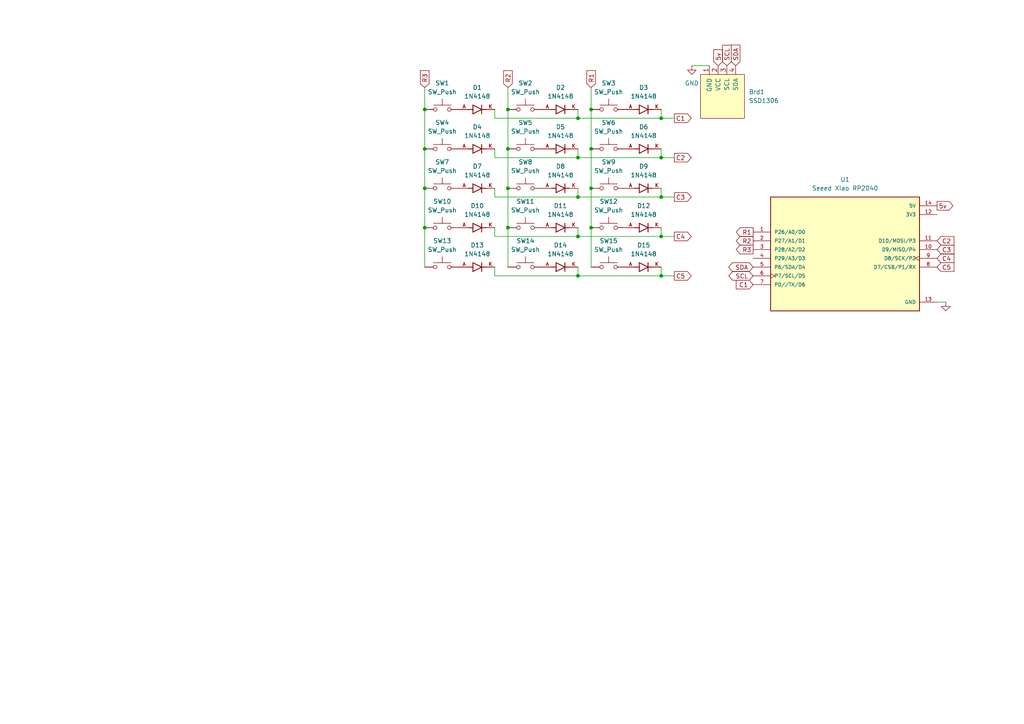
<source format=kicad_sch>
(kicad_sch
	(version 20231120)
	(generator "eeschema")
	(generator_version "8.0")
	(uuid "725d454f-8119-40cc-b2ed-9b9e33279adb")
	(paper "A4")
	(lib_symbols
		(symbol "102010428:102010428"
			(pin_names
				(offset 1.016)
			)
			(exclude_from_sim no)
			(in_bom yes)
			(on_board yes)
			(property "Reference" "U"
				(at -22.86 17.78 0)
				(effects
					(font
						(size 1.27 1.27)
					)
					(justify left bottom)
				)
			)
			(property "Value" "102010428"
				(at -22.86 -17.78 0)
				(effects
					(font
						(size 1.27 1.27)
					)
					(justify left bottom)
				)
			)
			(property "Footprint" "102010428:MODULE_102010428"
				(at 0 0 0)
				(effects
					(font
						(size 1.27 1.27)
					)
					(justify bottom)
					(hide yes)
				)
			)
			(property "Datasheet" ""
				(at 0 0 0)
				(effects
					(font
						(size 1.27 1.27)
					)
					(hide yes)
				)
			)
			(property "Description" ""
				(at 0 0 0)
				(effects
					(font
						(size 1.27 1.27)
					)
					(hide yes)
				)
			)
			(property "MF" "Seeed Technology Co., Ltd"
				(at 0 0 0)
				(effects
					(font
						(size 1.27 1.27)
					)
					(justify bottom)
					(hide yes)
				)
			)
			(property "MAXIMUM_PACKAGE_HEIGHT" "N/A"
				(at 0 0 0)
				(effects
					(font
						(size 1.27 1.27)
					)
					(justify bottom)
					(hide yes)
				)
			)
			(property "Package" "None"
				(at 0 0 0)
				(effects
					(font
						(size 1.27 1.27)
					)
					(justify bottom)
					(hide yes)
				)
			)
			(property "Price" "None"
				(at 0 0 0)
				(effects
					(font
						(size 1.27 1.27)
					)
					(justify bottom)
					(hide yes)
				)
			)
			(property "Check_prices" "https://www.snapeda.com/parts/102010428/Seeed+Technology+Co.%252C+Ltd/view-part/?ref=eda"
				(at 0 0 0)
				(effects
					(font
						(size 1.27 1.27)
					)
					(justify bottom)
					(hide yes)
				)
			)
			(property "STANDARD" "Manufacturer Recommendations"
				(at 0 0 0)
				(effects
					(font
						(size 1.27 1.27)
					)
					(justify bottom)
					(hide yes)
				)
			)
			(property "PARTREV" "1.3"
				(at 0 0 0)
				(effects
					(font
						(size 1.27 1.27)
					)
					(justify bottom)
					(hide yes)
				)
			)
			(property "SnapEDA_Link" "https://www.snapeda.com/parts/102010428/Seeed+Technology+Co.%252C+Ltd/view-part/?ref=snap"
				(at 0 0 0)
				(effects
					(font
						(size 1.27 1.27)
					)
					(justify bottom)
					(hide yes)
				)
			)
			(property "MP" "102010428"
				(at 0 0 0)
				(effects
					(font
						(size 1.27 1.27)
					)
					(justify bottom)
					(hide yes)
				)
			)
			(property "Purchase-URL" "https://www.snapeda.com/api/url_track_click_mouser/?unipart_id=6588972&manufacturer=Seeed Technology Co., Ltd&part_name=102010428&search_term=rp2040"
				(at 0 0 0)
				(effects
					(font
						(size 1.27 1.27)
					)
					(justify bottom)
					(hide yes)
				)
			)
			(property "Description_1" "\nRP2040 XIAO RP2040 series ARM® Cortex®-M0+ MCU 32-Bit Embedded Evaluation Board\n"
				(at 0 0 0)
				(effects
					(font
						(size 1.27 1.27)
					)
					(justify bottom)
					(hide yes)
				)
			)
			(property "Availability" "In Stock"
				(at 0 0 0)
				(effects
					(font
						(size 1.27 1.27)
					)
					(justify bottom)
					(hide yes)
				)
			)
			(property "MANUFACTURER" "Seeedstudio"
				(at 0 0 0)
				(effects
					(font
						(size 1.27 1.27)
					)
					(justify bottom)
					(hide yes)
				)
			)
			(symbol "102010428_0_0"
				(rectangle
					(start -22.86 -15.24)
					(end 20.32 17.78)
					(stroke
						(width 0.254)
						(type default)
					)
					(fill
						(type background)
					)
				)
				(pin bidirectional line
					(at -27.94 7.62 0)
					(length 5.08)
					(name "P26/A0/D0"
						(effects
							(font
								(size 1.016 1.016)
							)
						)
					)
					(number "1"
						(effects
							(font
								(size 1.016 1.016)
							)
						)
					)
				)
				(pin bidirectional line
					(at 25.4 2.54 180)
					(length 5.08)
					(name "D9/MISO/P4"
						(effects
							(font
								(size 1.016 1.016)
							)
						)
					)
					(number "10"
						(effects
							(font
								(size 1.016 1.016)
							)
						)
					)
				)
				(pin bidirectional line
					(at 25.4 5.08 180)
					(length 5.08)
					(name "D10/MOSI/P3"
						(effects
							(font
								(size 1.016 1.016)
							)
						)
					)
					(number "11"
						(effects
							(font
								(size 1.016 1.016)
							)
						)
					)
				)
				(pin power_in line
					(at 25.4 12.7 180)
					(length 5.08)
					(name "3V3"
						(effects
							(font
								(size 1.016 1.016)
							)
						)
					)
					(number "12"
						(effects
							(font
								(size 1.016 1.016)
							)
						)
					)
				)
				(pin power_in line
					(at 25.4 -12.7 180)
					(length 5.08)
					(name "GND"
						(effects
							(font
								(size 1.016 1.016)
							)
						)
					)
					(number "13"
						(effects
							(font
								(size 1.016 1.016)
							)
						)
					)
				)
				(pin power_in line
					(at 25.4 15.24 180)
					(length 5.08)
					(name "5V"
						(effects
							(font
								(size 1.016 1.016)
							)
						)
					)
					(number "14"
						(effects
							(font
								(size 1.016 1.016)
							)
						)
					)
				)
				(pin bidirectional line
					(at -27.94 5.08 0)
					(length 5.08)
					(name "P27/A1/D1"
						(effects
							(font
								(size 1.016 1.016)
							)
						)
					)
					(number "2"
						(effects
							(font
								(size 1.016 1.016)
							)
						)
					)
				)
				(pin bidirectional line
					(at -27.94 2.54 0)
					(length 5.08)
					(name "P28/A2/D2"
						(effects
							(font
								(size 1.016 1.016)
							)
						)
					)
					(number "3"
						(effects
							(font
								(size 1.016 1.016)
							)
						)
					)
				)
				(pin bidirectional line
					(at -27.94 0 0)
					(length 5.08)
					(name "P29/A3/D3"
						(effects
							(font
								(size 1.016 1.016)
							)
						)
					)
					(number "4"
						(effects
							(font
								(size 1.016 1.016)
							)
						)
					)
				)
				(pin bidirectional line
					(at -27.94 -2.54 0)
					(length 5.08)
					(name "P6/SDA/D4"
						(effects
							(font
								(size 1.016 1.016)
							)
						)
					)
					(number "5"
						(effects
							(font
								(size 1.016 1.016)
							)
						)
					)
				)
				(pin bidirectional clock
					(at -27.94 -5.08 0)
					(length 5.08)
					(name "P7/SCL/D5"
						(effects
							(font
								(size 1.016 1.016)
							)
						)
					)
					(number "6"
						(effects
							(font
								(size 1.016 1.016)
							)
						)
					)
				)
				(pin bidirectional line
					(at -27.94 -7.62 0)
					(length 5.08)
					(name "P0//TX/D6"
						(effects
							(font
								(size 1.016 1.016)
							)
						)
					)
					(number "7"
						(effects
							(font
								(size 1.016 1.016)
							)
						)
					)
				)
				(pin bidirectional line
					(at 25.4 -2.54 180)
					(length 5.08)
					(name "D7/CSB/P1/RX"
						(effects
							(font
								(size 1.016 1.016)
							)
						)
					)
					(number "8"
						(effects
							(font
								(size 1.016 1.016)
							)
						)
					)
				)
				(pin bidirectional clock
					(at 25.4 0 180)
					(length 5.08)
					(name "D8/SCK/P2"
						(effects
							(font
								(size 1.016 1.016)
							)
						)
					)
					(number "9"
						(effects
							(font
								(size 1.016 1.016)
							)
						)
					)
				)
			)
		)
		(symbol "1N4148:1N4148"
			(pin_names
				(offset 1.016)
			)
			(exclude_from_sim no)
			(in_bom yes)
			(on_board yes)
			(property "Reference" "D"
				(at -5.08 2.54 0)
				(effects
					(font
						(size 1.27 1.27)
					)
					(justify left bottom)
				)
			)
			(property "Value" "1N4148"
				(at -5.08 -3.81 0)
				(effects
					(font
						(size 1.27 1.27)
					)
					(justify left bottom)
				)
			)
			(property "Footprint" "1N4148:DIOAD753W49L380D172B"
				(at 0 0 0)
				(effects
					(font
						(size 1.27 1.27)
					)
					(justify bottom)
					(hide yes)
				)
			)
			(property "Datasheet" ""
				(at 0 0 0)
				(effects
					(font
						(size 1.27 1.27)
					)
					(hide yes)
				)
			)
			(property "Description" ""
				(at 0 0 0)
				(effects
					(font
						(size 1.27 1.27)
					)
					(hide yes)
				)
			)
			(property "MF" "onsemi"
				(at 0 0 0)
				(effects
					(font
						(size 1.27 1.27)
					)
					(justify bottom)
					(hide yes)
				)
			)
			(property "MAXIMUM_PACKAGE_HEIGHT" "1.91mm"
				(at 0 0 0)
				(effects
					(font
						(size 1.27 1.27)
					)
					(justify bottom)
					(hide yes)
				)
			)
			(property "Package" "AXIAL LEAD-2 ON Semiconductor"
				(at 0 0 0)
				(effects
					(font
						(size 1.27 1.27)
					)
					(justify bottom)
					(hide yes)
				)
			)
			(property "Price" "None"
				(at 0 0 0)
				(effects
					(font
						(size 1.27 1.27)
					)
					(justify bottom)
					(hide yes)
				)
			)
			(property "Check_prices" "https://www.snapeda.com/parts/1N4148/Onsemi/view-part/?ref=eda"
				(at 0 0 0)
				(effects
					(font
						(size 1.27 1.27)
					)
					(justify bottom)
					(hide yes)
				)
			)
			(property "STANDARD" "IPC-7351B"
				(at 0 0 0)
				(effects
					(font
						(size 1.27 1.27)
					)
					(justify bottom)
					(hide yes)
				)
			)
			(property "PARTREV" "5"
				(at 0 0 0)
				(effects
					(font
						(size 1.27 1.27)
					)
					(justify bottom)
					(hide yes)
				)
			)
			(property "SnapEDA_Link" "https://www.snapeda.com/parts/1N4148/Onsemi/view-part/?ref=snap"
				(at 0 0 0)
				(effects
					(font
						(size 1.27 1.27)
					)
					(justify bottom)
					(hide yes)
				)
			)
			(property "MP" "1N4148"
				(at 0 0 0)
				(effects
					(font
						(size 1.27 1.27)
					)
					(justify bottom)
					(hide yes)
				)
			)
			(property "Purchase-URL" "https://www.snapeda.com/api/url_track_click_mouser/?unipart_id=6591148&manufacturer=onsemi&part_name=1N4148&search_term=None"
				(at 0 0 0)
				(effects
					(font
						(size 1.27 1.27)
					)
					(justify bottom)
					(hide yes)
				)
			)
			(property "Description_1" "\nDiode Standard 75V 200mA Surface Mount SOD-523F\n"
				(at 0 0 0)
				(effects
					(font
						(size 1.27 1.27)
					)
					(justify bottom)
					(hide yes)
				)
			)
			(property "Availability" "In Stock"
				(at 0 0 0)
				(effects
					(font
						(size 1.27 1.27)
					)
					(justify bottom)
					(hide yes)
				)
			)
			(property "MANUFACTURER" "Onsemi"
				(at 0 0 0)
				(effects
					(font
						(size 1.27 1.27)
					)
					(justify bottom)
					(hide yes)
				)
			)
			(symbol "1N4148_0_0"
				(polyline
					(pts
						(xy -2.54 0) (xy -1.27 0)
					)
					(stroke
						(width 0.254)
						(type default)
					)
					(fill
						(type none)
					)
				)
				(polyline
					(pts
						(xy -1.27 -1.27) (xy 1.27 0)
					)
					(stroke
						(width 0.254)
						(type default)
					)
					(fill
						(type none)
					)
				)
				(polyline
					(pts
						(xy -1.27 0) (xy -1.27 -1.27)
					)
					(stroke
						(width 0.254)
						(type default)
					)
					(fill
						(type none)
					)
				)
				(polyline
					(pts
						(xy -1.27 1.27) (xy -1.27 0)
					)
					(stroke
						(width 0.254)
						(type default)
					)
					(fill
						(type none)
					)
				)
				(polyline
					(pts
						(xy 1.27 0) (xy -1.27 1.27)
					)
					(stroke
						(width 0.254)
						(type default)
					)
					(fill
						(type none)
					)
				)
				(polyline
					(pts
						(xy 1.27 0) (xy 1.27 -1.27)
					)
					(stroke
						(width 0.254)
						(type default)
					)
					(fill
						(type none)
					)
				)
				(polyline
					(pts
						(xy 1.27 0) (xy 2.54 0)
					)
					(stroke
						(width 0.254)
						(type default)
					)
					(fill
						(type none)
					)
				)
				(polyline
					(pts
						(xy 1.27 1.27) (xy 1.27 0)
					)
					(stroke
						(width 0.254)
						(type default)
					)
					(fill
						(type none)
					)
				)
				(pin passive line
					(at -5.08 0 0)
					(length 2.54)
					(name "~"
						(effects
							(font
								(size 1.016 1.016)
							)
						)
					)
					(number "A"
						(effects
							(font
								(size 1.016 1.016)
							)
						)
					)
				)
				(pin passive line
					(at 5.08 0 180)
					(length 2.54)
					(name "~"
						(effects
							(font
								(size 1.016 1.016)
							)
						)
					)
					(number "K"
						(effects
							(font
								(size 1.016 1.016)
							)
						)
					)
				)
			)
		)
		(symbol "SSD1306-128x64_OLED:SSD1306"
			(pin_names
				(offset 1.016)
			)
			(exclude_from_sim no)
			(in_bom yes)
			(on_board yes)
			(property "Reference" "Brd"
				(at 0 -3.81 0)
				(effects
					(font
						(size 1.27 1.27)
					)
				)
			)
			(property "Value" "SSD1306"
				(at 0 -1.27 0)
				(effects
					(font
						(size 1.27 1.27)
					)
				)
			)
			(property "Footprint" ""
				(at 0 6.35 0)
				(effects
					(font
						(size 1.27 1.27)
					)
					(hide yes)
				)
			)
			(property "Datasheet" ""
				(at 0 6.35 0)
				(effects
					(font
						(size 1.27 1.27)
					)
					(hide yes)
				)
			)
			(property "Description" ""
				(at 0 0 0)
				(effects
					(font
						(size 1.27 1.27)
					)
					(hide yes)
				)
			)
			(property "ki_fp_filters" "SSD1306-128x64_OLED:SSD1306"
				(at 0 0 0)
				(effects
					(font
						(size 1.27 1.27)
					)
					(hide yes)
				)
			)
			(symbol "SSD1306_0_1"
				(rectangle
					(start -6.35 6.35)
					(end 6.35 -6.35)
					(stroke
						(width 0)
						(type solid)
					)
					(fill
						(type background)
					)
				)
			)
			(symbol "SSD1306_1_1"
				(pin input line
					(at -3.81 8.89 270)
					(length 2.54)
					(name "GND"
						(effects
							(font
								(size 1.27 1.27)
							)
						)
					)
					(number "1"
						(effects
							(font
								(size 1.27 1.27)
							)
						)
					)
				)
				(pin input line
					(at -1.27 8.89 270)
					(length 2.54)
					(name "VCC"
						(effects
							(font
								(size 1.27 1.27)
							)
						)
					)
					(number "2"
						(effects
							(font
								(size 1.27 1.27)
							)
						)
					)
				)
				(pin input line
					(at 1.27 8.89 270)
					(length 2.54)
					(name "SCL"
						(effects
							(font
								(size 1.27 1.27)
							)
						)
					)
					(number "3"
						(effects
							(font
								(size 1.27 1.27)
							)
						)
					)
				)
				(pin input line
					(at 3.81 8.89 270)
					(length 2.54)
					(name "SDA"
						(effects
							(font
								(size 1.27 1.27)
							)
						)
					)
					(number "4"
						(effects
							(font
								(size 1.27 1.27)
							)
						)
					)
				)
			)
		)
		(symbol "Switch:SW_Push"
			(pin_numbers hide)
			(pin_names
				(offset 1.016) hide)
			(exclude_from_sim no)
			(in_bom yes)
			(on_board yes)
			(property "Reference" "SW"
				(at 1.27 2.54 0)
				(effects
					(font
						(size 1.27 1.27)
					)
					(justify left)
				)
			)
			(property "Value" "SW_Push"
				(at 0 -1.524 0)
				(effects
					(font
						(size 1.27 1.27)
					)
				)
			)
			(property "Footprint" ""
				(at 0 5.08 0)
				(effects
					(font
						(size 1.27 1.27)
					)
					(hide yes)
				)
			)
			(property "Datasheet" "~"
				(at 0 5.08 0)
				(effects
					(font
						(size 1.27 1.27)
					)
					(hide yes)
				)
			)
			(property "Description" "Push button switch, generic, two pins"
				(at 0 0 0)
				(effects
					(font
						(size 1.27 1.27)
					)
					(hide yes)
				)
			)
			(property "ki_keywords" "switch normally-open pushbutton push-button"
				(at 0 0 0)
				(effects
					(font
						(size 1.27 1.27)
					)
					(hide yes)
				)
			)
			(symbol "SW_Push_0_1"
				(circle
					(center -2.032 0)
					(radius 0.508)
					(stroke
						(width 0)
						(type default)
					)
					(fill
						(type none)
					)
				)
				(polyline
					(pts
						(xy 0 1.27) (xy 0 3.048)
					)
					(stroke
						(width 0)
						(type default)
					)
					(fill
						(type none)
					)
				)
				(polyline
					(pts
						(xy 2.54 1.27) (xy -2.54 1.27)
					)
					(stroke
						(width 0)
						(type default)
					)
					(fill
						(type none)
					)
				)
				(circle
					(center 2.032 0)
					(radius 0.508)
					(stroke
						(width 0)
						(type default)
					)
					(fill
						(type none)
					)
				)
				(pin passive line
					(at -5.08 0 0)
					(length 2.54)
					(name "1"
						(effects
							(font
								(size 1.27 1.27)
							)
						)
					)
					(number "1"
						(effects
							(font
								(size 1.27 1.27)
							)
						)
					)
				)
				(pin passive line
					(at 5.08 0 180)
					(length 2.54)
					(name "2"
						(effects
							(font
								(size 1.27 1.27)
							)
						)
					)
					(number "2"
						(effects
							(font
								(size 1.27 1.27)
							)
						)
					)
				)
			)
		)
		(symbol "power:GND"
			(power)
			(pin_numbers hide)
			(pin_names
				(offset 0) hide)
			(exclude_from_sim no)
			(in_bom yes)
			(on_board yes)
			(property "Reference" "#PWR"
				(at 0 -6.35 0)
				(effects
					(font
						(size 1.27 1.27)
					)
					(hide yes)
				)
			)
			(property "Value" "GND"
				(at 0 -3.81 0)
				(effects
					(font
						(size 1.27 1.27)
					)
				)
			)
			(property "Footprint" ""
				(at 0 0 0)
				(effects
					(font
						(size 1.27 1.27)
					)
					(hide yes)
				)
			)
			(property "Datasheet" ""
				(at 0 0 0)
				(effects
					(font
						(size 1.27 1.27)
					)
					(hide yes)
				)
			)
			(property "Description" "Power symbol creates a global label with name \"GND\" , ground"
				(at 0 0 0)
				(effects
					(font
						(size 1.27 1.27)
					)
					(hide yes)
				)
			)
			(property "ki_keywords" "global power"
				(at 0 0 0)
				(effects
					(font
						(size 1.27 1.27)
					)
					(hide yes)
				)
			)
			(symbol "GND_0_1"
				(polyline
					(pts
						(xy 0 0) (xy 0 -1.27) (xy 1.27 -1.27) (xy 0 -2.54) (xy -1.27 -1.27) (xy 0 -1.27)
					)
					(stroke
						(width 0)
						(type default)
					)
					(fill
						(type none)
					)
				)
			)
			(symbol "GND_1_1"
				(pin power_in line
					(at 0 0 270)
					(length 0)
					(name "~"
						(effects
							(font
								(size 1.27 1.27)
							)
						)
					)
					(number "1"
						(effects
							(font
								(size 1.27 1.27)
							)
						)
					)
				)
			)
		)
	)
	(junction
		(at 147.32 66.04)
		(diameter 0)
		(color 0 0 0 0)
		(uuid "0f051d69-9260-43ef-91e3-112ac762936d")
	)
	(junction
		(at 191.77 68.58)
		(diameter 0)
		(color 0 0 0 0)
		(uuid "1bdff7e9-5b8e-4131-a0d0-f341acc2785e")
	)
	(junction
		(at 147.32 31.75)
		(diameter 0)
		(color 0 0 0 0)
		(uuid "3f88b336-9a58-4ffe-87a0-b2ac46b13bda")
	)
	(junction
		(at 147.32 54.61)
		(diameter 0)
		(color 0 0 0 0)
		(uuid "4bec1099-e01a-4f9e-a89f-45d7a9742023")
	)
	(junction
		(at 191.77 80.01)
		(diameter 0)
		(color 0 0 0 0)
		(uuid "6207e387-8819-4d88-8491-69421716ff4c")
	)
	(junction
		(at 123.19 66.04)
		(diameter 0)
		(color 0 0 0 0)
		(uuid "7ee68568-3d5b-4d96-b2c6-d8013c1d850f")
	)
	(junction
		(at 167.64 80.01)
		(diameter 0)
		(color 0 0 0 0)
		(uuid "82244007-05eb-4ab7-9afc-4136c1060c8b")
	)
	(junction
		(at 171.45 43.18)
		(diameter 0)
		(color 0 0 0 0)
		(uuid "9bc38dee-ead5-486a-b08c-9c78851be8fa")
	)
	(junction
		(at 123.19 31.75)
		(diameter 0)
		(color 0 0 0 0)
		(uuid "a41fdb4c-dbda-400b-a612-f7c3e07253b8")
	)
	(junction
		(at 171.45 31.75)
		(diameter 0)
		(color 0 0 0 0)
		(uuid "b4aac5bd-6673-4e5d-a543-504f50c73728")
	)
	(junction
		(at 167.64 68.58)
		(diameter 0)
		(color 0 0 0 0)
		(uuid "b6c138cc-0b5b-404d-b90a-72d38349e0a6")
	)
	(junction
		(at 191.77 57.15)
		(diameter 0)
		(color 0 0 0 0)
		(uuid "be79be4d-3937-4595-8fce-c335fada460f")
	)
	(junction
		(at 171.45 54.61)
		(diameter 0)
		(color 0 0 0 0)
		(uuid "c152f5cf-1798-4e6a-9d57-c6787222883f")
	)
	(junction
		(at 167.64 34.29)
		(diameter 0)
		(color 0 0 0 0)
		(uuid "c2f3de20-2cd6-419d-8519-39a62c05a0cd")
	)
	(junction
		(at 147.32 43.18)
		(diameter 0)
		(color 0 0 0 0)
		(uuid "cce4d482-060b-4e30-a2be-638477a4a6e2")
	)
	(junction
		(at 191.77 34.29)
		(diameter 0)
		(color 0 0 0 0)
		(uuid "d005df04-bc97-4a42-9efb-01fc1dfcb465")
	)
	(junction
		(at 191.77 45.72)
		(diameter 0)
		(color 0 0 0 0)
		(uuid "d1ddd597-266a-4c17-9b58-1695fe620eb4")
	)
	(junction
		(at 171.45 66.04)
		(diameter 0)
		(color 0 0 0 0)
		(uuid "dd871c89-5dad-4c99-862c-eaa2d65f036a")
	)
	(junction
		(at 167.64 45.72)
		(diameter 0)
		(color 0 0 0 0)
		(uuid "e129913e-e7d1-4c24-bf16-ca9d53b85d30")
	)
	(junction
		(at 167.64 57.15)
		(diameter 0)
		(color 0 0 0 0)
		(uuid "f0d2c396-481a-49a9-aa67-9d6a4d053f5e")
	)
	(junction
		(at 123.19 54.61)
		(diameter 0)
		(color 0 0 0 0)
		(uuid "f4524b90-e314-4643-ae75-b485e2357996")
	)
	(junction
		(at 123.19 43.18)
		(diameter 0)
		(color 0 0 0 0)
		(uuid "fc1c4f9f-2b38-4311-b653-c21339417487")
	)
	(wire
		(pts
			(xy 143.51 54.61) (xy 143.51 57.15)
		)
		(stroke
			(width 0)
			(type default)
		)
		(uuid "03de883d-6dcd-4b9e-8ac4-67ac667b129f")
	)
	(wire
		(pts
			(xy 171.45 43.18) (xy 171.45 54.61)
		)
		(stroke
			(width 0)
			(type default)
		)
		(uuid "14fbda90-2c4e-4ab0-9387-b4d57be1447c")
	)
	(wire
		(pts
			(xy 191.77 45.72) (xy 195.58 45.72)
		)
		(stroke
			(width 0)
			(type default)
		)
		(uuid "1a59605f-3460-4fa3-817a-54045cbf644b")
	)
	(wire
		(pts
			(xy 143.51 77.47) (xy 143.51 80.01)
		)
		(stroke
			(width 0)
			(type default)
		)
		(uuid "1adf9dc6-b843-4527-8d12-966b57c0466a")
	)
	(wire
		(pts
			(xy 123.19 31.75) (xy 123.19 43.18)
		)
		(stroke
			(width 0)
			(type default)
		)
		(uuid "26506dcc-d833-4bf5-a6d6-7a095774039c")
	)
	(wire
		(pts
			(xy 147.32 54.61) (xy 147.32 66.04)
		)
		(stroke
			(width 0)
			(type default)
		)
		(uuid "26dc4996-ceb5-4cbb-ad6e-1b535d09359e")
	)
	(wire
		(pts
			(xy 167.64 54.61) (xy 167.64 57.15)
		)
		(stroke
			(width 0)
			(type default)
		)
		(uuid "2eb9e744-8b4b-451b-94e2-d02eba31615d")
	)
	(wire
		(pts
			(xy 200.66 19.05) (xy 205.74 19.05)
		)
		(stroke
			(width 0)
			(type default)
		)
		(uuid "2ed1f1aa-49d8-42b4-a84b-ad3bb34ab8eb")
	)
	(wire
		(pts
			(xy 123.19 54.61) (xy 123.19 66.04)
		)
		(stroke
			(width 0)
			(type default)
		)
		(uuid "35309b90-31a6-4ab0-a7c6-570648c99c11")
	)
	(wire
		(pts
			(xy 191.77 68.58) (xy 195.58 68.58)
		)
		(stroke
			(width 0)
			(type default)
		)
		(uuid "39a29c6c-1ae1-49db-a64e-85131353c270")
	)
	(wire
		(pts
			(xy 167.64 31.75) (xy 167.64 34.29)
		)
		(stroke
			(width 0)
			(type default)
		)
		(uuid "3f6636db-3719-4a38-88d8-bc6dacc99da7")
	)
	(wire
		(pts
			(xy 167.64 66.04) (xy 167.64 68.58)
		)
		(stroke
			(width 0)
			(type default)
		)
		(uuid "4264c1d6-e899-42e9-9386-d9ccd6b541c6")
	)
	(wire
		(pts
			(xy 191.77 54.61) (xy 191.77 57.15)
		)
		(stroke
			(width 0)
			(type default)
		)
		(uuid "4b12550b-8c21-4edf-847f-fe29971647ac")
	)
	(wire
		(pts
			(xy 191.77 31.75) (xy 191.77 34.29)
		)
		(stroke
			(width 0)
			(type default)
		)
		(uuid "5fddaf80-6c90-420c-88e2-5746df188127")
	)
	(wire
		(pts
			(xy 143.51 57.15) (xy 167.64 57.15)
		)
		(stroke
			(width 0)
			(type default)
		)
		(uuid "600e9f8f-2fb3-4d23-aed5-1cff25d5515e")
	)
	(wire
		(pts
			(xy 147.32 66.04) (xy 147.32 77.47)
		)
		(stroke
			(width 0)
			(type default)
		)
		(uuid "64450130-546e-49e9-bc76-4734ec9f47c5")
	)
	(wire
		(pts
			(xy 143.51 43.18) (xy 143.51 45.72)
		)
		(stroke
			(width 0)
			(type default)
		)
		(uuid "64d78e3e-5e9c-4cef-9366-2a0105716c2c")
	)
	(wire
		(pts
			(xy 147.32 31.75) (xy 147.32 43.18)
		)
		(stroke
			(width 0)
			(type default)
		)
		(uuid "6a5b4491-b8cd-42a9-a86d-1c4a6da9d3d5")
	)
	(wire
		(pts
			(xy 171.45 25.4) (xy 171.45 31.75)
		)
		(stroke
			(width 0)
			(type default)
		)
		(uuid "6b14c5e0-5a12-4171-bb9c-e0305f9115ef")
	)
	(wire
		(pts
			(xy 167.64 57.15) (xy 191.77 57.15)
		)
		(stroke
			(width 0)
			(type default)
		)
		(uuid "79ee75d3-ce45-44f7-816e-e0f1b845ecc7")
	)
	(wire
		(pts
			(xy 167.64 68.58) (xy 191.77 68.58)
		)
		(stroke
			(width 0)
			(type default)
		)
		(uuid "7d228c0a-08f6-4afa-8e9b-ba964b708c57")
	)
	(wire
		(pts
			(xy 147.32 25.4) (xy 147.32 31.75)
		)
		(stroke
			(width 0)
			(type default)
		)
		(uuid "7fac590d-c739-431e-b352-bed47d58ff25")
	)
	(wire
		(pts
			(xy 123.19 25.4) (xy 123.19 31.75)
		)
		(stroke
			(width 0)
			(type default)
		)
		(uuid "84cdd1c7-10f2-4871-9b20-b55a28456dd7")
	)
	(wire
		(pts
			(xy 143.51 68.58) (xy 167.64 68.58)
		)
		(stroke
			(width 0)
			(type default)
		)
		(uuid "85204b85-118d-423f-ad4f-4d2f5b505e20")
	)
	(wire
		(pts
			(xy 171.45 66.04) (xy 171.45 77.47)
		)
		(stroke
			(width 0)
			(type default)
		)
		(uuid "854750df-e85c-4d7f-afbc-a252f169082b")
	)
	(wire
		(pts
			(xy 167.64 45.72) (xy 191.77 45.72)
		)
		(stroke
			(width 0)
			(type default)
		)
		(uuid "8913e0f9-09d3-4c56-a678-95fcdabc2166")
	)
	(wire
		(pts
			(xy 143.51 45.72) (xy 167.64 45.72)
		)
		(stroke
			(width 0)
			(type default)
		)
		(uuid "9151c9b3-e2e9-42bb-9ee4-d9bfbe7b8d37")
	)
	(wire
		(pts
			(xy 191.77 77.47) (xy 191.77 80.01)
		)
		(stroke
			(width 0)
			(type default)
		)
		(uuid "97999c5b-5593-4f28-9a94-bb00a4eec009")
	)
	(wire
		(pts
			(xy 143.51 80.01) (xy 167.64 80.01)
		)
		(stroke
			(width 0)
			(type default)
		)
		(uuid "a71cc623-66b2-47ca-9cce-bbcd6a54b656")
	)
	(wire
		(pts
			(xy 274.32 87.63) (xy 271.78 87.63)
		)
		(stroke
			(width 0)
			(type default)
		)
		(uuid "b18490c9-c42a-4a8c-8b94-4da3a23b42eb")
	)
	(wire
		(pts
			(xy 167.64 43.18) (xy 167.64 45.72)
		)
		(stroke
			(width 0)
			(type default)
		)
		(uuid "bdcb929b-a56d-473e-bc5e-63e8008b773e")
	)
	(wire
		(pts
			(xy 143.51 34.29) (xy 167.64 34.29)
		)
		(stroke
			(width 0)
			(type default)
		)
		(uuid "c77d4771-6882-4985-9633-56c2a32a8786")
	)
	(wire
		(pts
			(xy 171.45 54.61) (xy 171.45 66.04)
		)
		(stroke
			(width 0)
			(type default)
		)
		(uuid "d008dbbf-9a4b-409a-bd89-d8e654c18a14")
	)
	(wire
		(pts
			(xy 147.32 43.18) (xy 147.32 54.61)
		)
		(stroke
			(width 0)
			(type default)
		)
		(uuid "d0f5aef5-62d5-46d1-99ef-d961004ca609")
	)
	(wire
		(pts
			(xy 171.45 31.75) (xy 171.45 43.18)
		)
		(stroke
			(width 0)
			(type default)
		)
		(uuid "d2312140-9ada-46b1-bc52-96211f921843")
	)
	(wire
		(pts
			(xy 123.19 43.18) (xy 123.19 54.61)
		)
		(stroke
			(width 0)
			(type default)
		)
		(uuid "d5940853-7b11-4d45-b933-775f397e6124")
	)
	(wire
		(pts
			(xy 123.19 66.04) (xy 123.19 77.47)
		)
		(stroke
			(width 0)
			(type default)
		)
		(uuid "d874bd5d-fa2a-4a7d-be3f-7d39103fa1f8")
	)
	(wire
		(pts
			(xy 167.64 34.29) (xy 191.77 34.29)
		)
		(stroke
			(width 0)
			(type default)
		)
		(uuid "d899b857-1013-462a-9a05-69c2824c4ac3")
	)
	(wire
		(pts
			(xy 191.77 80.01) (xy 195.58 80.01)
		)
		(stroke
			(width 0)
			(type default)
		)
		(uuid "da097481-7e1b-4192-b129-f325a87f7557")
	)
	(wire
		(pts
			(xy 191.77 43.18) (xy 191.77 45.72)
		)
		(stroke
			(width 0)
			(type default)
		)
		(uuid "dd82ed47-4f91-4f0e-8ad2-8a9fe1eb375e")
	)
	(wire
		(pts
			(xy 191.77 57.15) (xy 195.58 57.15)
		)
		(stroke
			(width 0)
			(type default)
		)
		(uuid "de4cf6a5-6e2a-401d-87e8-8b935540ea6c")
	)
	(wire
		(pts
			(xy 191.77 66.04) (xy 191.77 68.58)
		)
		(stroke
			(width 0)
			(type default)
		)
		(uuid "e1dd998a-2550-4a5b-a2fb-8153c71439f5")
	)
	(wire
		(pts
			(xy 143.51 31.75) (xy 143.51 34.29)
		)
		(stroke
			(width 0)
			(type default)
		)
		(uuid "e34311fd-1ec2-4960-a100-56601ec896ae")
	)
	(wire
		(pts
			(xy 167.64 77.47) (xy 167.64 80.01)
		)
		(stroke
			(width 0)
			(type default)
		)
		(uuid "ed151945-6a11-4295-929d-a860330fadb2")
	)
	(wire
		(pts
			(xy 143.51 66.04) (xy 143.51 68.58)
		)
		(stroke
			(width 0)
			(type default)
		)
		(uuid "f019b67e-d22e-4584-b126-c293e05bf512")
	)
	(wire
		(pts
			(xy 167.64 80.01) (xy 191.77 80.01)
		)
		(stroke
			(width 0)
			(type default)
		)
		(uuid "fb3f11e1-07a6-4def-bcc7-0ea9cdcfaa61")
	)
	(wire
		(pts
			(xy 191.77 34.29) (xy 195.58 34.29)
		)
		(stroke
			(width 0)
			(type default)
		)
		(uuid "fdb9f4a9-4099-4b50-8a3d-6c1f9a90ecfe")
	)
	(global_label "5v"
		(shape output)
		(at 271.78 59.69 0)
		(fields_autoplaced yes)
		(effects
			(font
				(size 1.27 1.27)
			)
			(justify left)
		)
		(uuid "1f27b66f-2b62-4156-9526-438e9a16dfbb")
		(property "Intersheetrefs" "${INTERSHEET_REFS}"
			(at 276.9423 59.69 0)
			(effects
				(font
					(size 1.27 1.27)
				)
				(justify left)
				(hide yes)
			)
		)
	)
	(global_label "C5"
		(shape input)
		(at 271.78 77.47 0)
		(fields_autoplaced yes)
		(effects
			(font
				(size 1.27 1.27)
			)
			(justify left)
		)
		(uuid "23a4e41b-baf4-47dd-b247-64e56efea84a")
		(property "Intersheetrefs" "${INTERSHEET_REFS}"
			(at 266.3153 77.47 0)
			(effects
				(font
					(size 1.27 1.27)
				)
				(justify right)
				(hide yes)
			)
		)
	)
	(global_label "C3"
		(shape input)
		(at 271.78 72.39 0)
		(fields_autoplaced yes)
		(effects
			(font
				(size 1.27 1.27)
			)
			(justify left)
		)
		(uuid "271b2629-b3e3-478f-9847-ddf7b694e56d")
		(property "Intersheetrefs" "${INTERSHEET_REFS}"
			(at 266.3153 72.39 0)
			(effects
				(font
					(size 1.27 1.27)
				)
				(justify right)
				(hide yes)
			)
		)
	)
	(global_label "SCL"
		(shape input)
		(at 210.82 19.05 90)
		(fields_autoplaced yes)
		(effects
			(font
				(size 1.27 1.27)
			)
			(justify left)
		)
		(uuid "2bc48f4a-fb27-481f-a622-76d93e8373ec")
		(property "Intersheetrefs" "${INTERSHEET_REFS}"
			(at 210.82 12.5572 90)
			(effects
				(font
					(size 1.27 1.27)
				)
				(justify left)
				(hide yes)
			)
		)
	)
	(global_label "R1"
		(shape output)
		(at 218.44 67.31 180)
		(fields_autoplaced yes)
		(effects
			(font
				(size 1.27 1.27)
			)
			(justify right)
		)
		(uuid "3209e3a5-0129-4737-81a1-1837ce175998")
		(property "Intersheetrefs" "${INTERSHEET_REFS}"
			(at 212.9753 67.31 0)
			(effects
				(font
					(size 1.27 1.27)
				)
				(justify right)
				(hide yes)
			)
		)
	)
	(global_label "SCL"
		(shape bidirectional)
		(at 218.44 80.01 180)
		(fields_autoplaced yes)
		(effects
			(font
				(size 1.27 1.27)
			)
			(justify right)
		)
		(uuid "3ede82a4-154b-44fd-9e22-b611525b5e5a")
		(property "Intersheetrefs" "${INTERSHEET_REFS}"
			(at 226.0441 80.01 0)
			(effects
				(font
					(size 1.27 1.27)
				)
				(justify left)
				(hide yes)
			)
		)
	)
	(global_label "C1"
		(shape output)
		(at 195.58 34.29 0)
		(fields_autoplaced yes)
		(effects
			(font
				(size 1.27 1.27)
			)
			(justify left)
		)
		(uuid "4587a874-c246-41f5-9b70-ee66cd681300")
		(property "Intersheetrefs" "${INTERSHEET_REFS}"
			(at 201.0447 34.29 0)
			(effects
				(font
					(size 1.27 1.27)
				)
				(justify left)
				(hide yes)
			)
		)
	)
	(global_label "R2"
		(shape input)
		(at 147.32 25.4 90)
		(fields_autoplaced yes)
		(effects
			(font
				(size 1.27 1.27)
			)
			(justify left)
		)
		(uuid "619e6474-9ba1-4627-9098-c28891b47984")
		(property "Intersheetrefs" "${INTERSHEET_REFS}"
			(at 147.32 19.9353 90)
			(effects
				(font
					(size 1.27 1.27)
				)
				(justify left)
				(hide yes)
			)
		)
	)
	(global_label "R2"
		(shape output)
		(at 218.44 69.85 180)
		(fields_autoplaced yes)
		(effects
			(font
				(size 1.27 1.27)
			)
			(justify right)
		)
		(uuid "62034349-4e9c-4249-a553-358242cf0247")
		(property "Intersheetrefs" "${INTERSHEET_REFS}"
			(at 212.9753 69.85 0)
			(effects
				(font
					(size 1.27 1.27)
				)
				(justify right)
				(hide yes)
			)
		)
	)
	(global_label "C2"
		(shape output)
		(at 195.58 45.72 0)
		(fields_autoplaced yes)
		(effects
			(font
				(size 1.27 1.27)
			)
			(justify left)
		)
		(uuid "725a978b-fe76-4812-b2a2-e35b2b7e2053")
		(property "Intersheetrefs" "${INTERSHEET_REFS}"
			(at 201.0447 45.72 0)
			(effects
				(font
					(size 1.27 1.27)
				)
				(justify left)
				(hide yes)
			)
		)
	)
	(global_label "SDA"
		(shape input)
		(at 213.36 19.05 90)
		(fields_autoplaced yes)
		(effects
			(font
				(size 1.27 1.27)
			)
			(justify left)
		)
		(uuid "7e4061e9-32bf-4ce9-a88c-ede336c241b2")
		(property "Intersheetrefs" "${INTERSHEET_REFS}"
			(at 213.36 12.4967 90)
			(effects
				(font
					(size 1.27 1.27)
				)
				(justify left)
				(hide yes)
			)
		)
	)
	(global_label "C3"
		(shape output)
		(at 195.58 57.15 0)
		(fields_autoplaced yes)
		(effects
			(font
				(size 1.27 1.27)
			)
			(justify left)
		)
		(uuid "89abcb3e-6668-49ac-b45a-35c3029ac83b")
		(property "Intersheetrefs" "${INTERSHEET_REFS}"
			(at 201.0447 57.15 0)
			(effects
				(font
					(size 1.27 1.27)
				)
				(justify left)
				(hide yes)
			)
		)
	)
	(global_label "SDA"
		(shape bidirectional)
		(at 218.44 77.47 180)
		(fields_autoplaced yes)
		(effects
			(font
				(size 1.27 1.27)
			)
			(justify right)
		)
		(uuid "97c96318-89d7-4911-bd14-8372fe9ecd80")
		(property "Intersheetrefs" "${INTERSHEET_REFS}"
			(at 226.1046 77.47 0)
			(effects
				(font
					(size 1.27 1.27)
				)
				(justify left)
				(hide yes)
			)
		)
	)
	(global_label "C4"
		(shape output)
		(at 195.58 68.58 0)
		(fields_autoplaced yes)
		(effects
			(font
				(size 1.27 1.27)
			)
			(justify left)
		)
		(uuid "a3aece98-17ef-463d-ab31-aeafafaf197e")
		(property "Intersheetrefs" "${INTERSHEET_REFS}"
			(at 201.0447 68.58 0)
			(effects
				(font
					(size 1.27 1.27)
				)
				(justify left)
				(hide yes)
			)
		)
	)
	(global_label "C1"
		(shape input)
		(at 218.44 82.55 180)
		(fields_autoplaced yes)
		(effects
			(font
				(size 1.27 1.27)
			)
			(justify right)
		)
		(uuid "aae7b899-f986-4965-a6d2-40a6020d63d3")
		(property "Intersheetrefs" "${INTERSHEET_REFS}"
			(at 212.9753 82.55 0)
			(effects
				(font
					(size 1.27 1.27)
				)
				(justify right)
				(hide yes)
			)
		)
	)
	(global_label "C2"
		(shape input)
		(at 271.78 69.85 0)
		(fields_autoplaced yes)
		(effects
			(font
				(size 1.27 1.27)
			)
			(justify left)
		)
		(uuid "aba26783-c0b7-4d85-9bc9-bdf59a47ff83")
		(property "Intersheetrefs" "${INTERSHEET_REFS}"
			(at 266.3153 69.85 0)
			(effects
				(font
					(size 1.27 1.27)
				)
				(justify right)
				(hide yes)
			)
		)
	)
	(global_label "C4"
		(shape input)
		(at 271.78 74.93 0)
		(fields_autoplaced yes)
		(effects
			(font
				(size 1.27 1.27)
			)
			(justify left)
		)
		(uuid "b0f078e4-2005-4495-a5f8-50470035c9bc")
		(property "Intersheetrefs" "${INTERSHEET_REFS}"
			(at 266.3153 74.93 0)
			(effects
				(font
					(size 1.27 1.27)
				)
				(justify right)
				(hide yes)
			)
		)
	)
	(global_label "C5"
		(shape output)
		(at 195.58 80.01 0)
		(fields_autoplaced yes)
		(effects
			(font
				(size 1.27 1.27)
			)
			(justify left)
		)
		(uuid "b5f69577-c9b2-42fa-b0cd-7e4cb865ad7b")
		(property "Intersheetrefs" "${INTERSHEET_REFS}"
			(at 201.0447 80.01 0)
			(effects
				(font
					(size 1.27 1.27)
				)
				(justify left)
				(hide yes)
			)
		)
	)
	(global_label "R3"
		(shape output)
		(at 218.44 72.39 180)
		(fields_autoplaced yes)
		(effects
			(font
				(size 1.27 1.27)
			)
			(justify right)
		)
		(uuid "bf5d833a-9ed8-4bba-a987-ad6201863033")
		(property "Intersheetrefs" "${INTERSHEET_REFS}"
			(at 212.9753 72.39 0)
			(effects
				(font
					(size 1.27 1.27)
				)
				(justify right)
				(hide yes)
			)
		)
	)
	(global_label "5v"
		(shape input)
		(at 208.28 19.05 90)
		(fields_autoplaced yes)
		(effects
			(font
				(size 1.27 1.27)
			)
			(justify left)
		)
		(uuid "e596c91b-2fde-459c-9786-ebbb39eb3b66")
		(property "Intersheetrefs" "${INTERSHEET_REFS}"
			(at 208.28 13.8877 90)
			(effects
				(font
					(size 1.27 1.27)
				)
				(justify left)
				(hide yes)
			)
		)
	)
	(global_label "R3"
		(shape input)
		(at 123.19 25.4 90)
		(fields_autoplaced yes)
		(effects
			(font
				(size 1.27 1.27)
			)
			(justify left)
		)
		(uuid "f315fd77-7d42-4cc2-a233-19e2879d1730")
		(property "Intersheetrefs" "${INTERSHEET_REFS}"
			(at 123.19 19.9353 90)
			(effects
				(font
					(size 1.27 1.27)
				)
				(justify left)
				(hide yes)
			)
		)
	)
	(global_label "R1"
		(shape input)
		(at 171.45 25.4 90)
		(fields_autoplaced yes)
		(effects
			(font
				(size 1.27 1.27)
			)
			(justify left)
		)
		(uuid "f661edbc-d09d-4699-9d72-5f4be7603da9")
		(property "Intersheetrefs" "${INTERSHEET_REFS}"
			(at 171.45 19.9353 90)
			(effects
				(font
					(size 1.27 1.27)
				)
				(justify left)
				(hide yes)
			)
		)
	)
	(symbol
		(lib_id "1N4148:1N4148")
		(at 138.43 77.47 0)
		(unit 1)
		(exclude_from_sim no)
		(in_bom yes)
		(on_board yes)
		(dnp no)
		(fields_autoplaced yes)
		(uuid "03d28162-f5e6-4bda-95ed-8c7426e38450")
		(property "Reference" "D13"
			(at 138.43 71.12 0)
			(effects
				(font
					(size 1.27 1.27)
				)
			)
		)
		(property "Value" "1N4148"
			(at 138.43 73.66 0)
			(effects
				(font
					(size 1.27 1.27)
				)
			)
		)
		(property "Footprint" "Footprints:DIOAD753W49L380D172B"
			(at 138.43 77.47 0)
			(effects
				(font
					(size 1.27 1.27)
				)
				(justify bottom)
				(hide yes)
			)
		)
		(property "Datasheet" ""
			(at 138.43 77.47 0)
			(effects
				(font
					(size 1.27 1.27)
				)
				(hide yes)
			)
		)
		(property "Description" ""
			(at 138.43 77.47 0)
			(effects
				(font
					(size 1.27 1.27)
				)
				(hide yes)
			)
		)
		(property "MF" "onsemi"
			(at 138.43 77.47 0)
			(effects
				(font
					(size 1.27 1.27)
				)
				(justify bottom)
				(hide yes)
			)
		)
		(property "MAXIMUM_PACKAGE_HEIGHT" "1.91mm"
			(at 138.43 77.47 0)
			(effects
				(font
					(size 1.27 1.27)
				)
				(justify bottom)
				(hide yes)
			)
		)
		(property "Package" "AXIAL LEAD-2 ON Semiconductor"
			(at 138.43 77.47 0)
			(effects
				(font
					(size 1.27 1.27)
				)
				(justify bottom)
				(hide yes)
			)
		)
		(property "Price" "None"
			(at 138.43 77.47 0)
			(effects
				(font
					(size 1.27 1.27)
				)
				(justify bottom)
				(hide yes)
			)
		)
		(property "Check_prices" "https://www.snapeda.com/parts/1N4148/Onsemi/view-part/?ref=eda"
			(at 138.43 77.47 0)
			(effects
				(font
					(size 1.27 1.27)
				)
				(justify bottom)
				(hide yes)
			)
		)
		(property "STANDARD" "IPC-7351B"
			(at 138.43 77.47 0)
			(effects
				(font
					(size 1.27 1.27)
				)
				(justify bottom)
				(hide yes)
			)
		)
		(property "PARTREV" "5"
			(at 138.43 77.47 0)
			(effects
				(font
					(size 1.27 1.27)
				)
				(justify bottom)
				(hide yes)
			)
		)
		(property "SnapEDA_Link" "https://www.snapeda.com/parts/1N4148/Onsemi/view-part/?ref=snap"
			(at 138.43 77.47 0)
			(effects
				(font
					(size 1.27 1.27)
				)
				(justify bottom)
				(hide yes)
			)
		)
		(property "MP" "1N4148"
			(at 138.43 77.47 0)
			(effects
				(font
					(size 1.27 1.27)
				)
				(justify bottom)
				(hide yes)
			)
		)
		(property "Purchase-URL" "https://www.snapeda.com/api/url_track_click_mouser/?unipart_id=6591148&manufacturer=onsemi&part_name=1N4148&search_term=None"
			(at 138.43 77.47 0)
			(effects
				(font
					(size 1.27 1.27)
				)
				(justify bottom)
				(hide yes)
			)
		)
		(property "Description_1" "\nDiode Standard 75V 200mA Surface Mount SOD-523F\n"
			(at 138.43 77.47 0)
			(effects
				(font
					(size 1.27 1.27)
				)
				(justify bottom)
				(hide yes)
			)
		)
		(property "Availability" "In Stock"
			(at 138.43 77.47 0)
			(effects
				(font
					(size 1.27 1.27)
				)
				(justify bottom)
				(hide yes)
			)
		)
		(property "MANUFACTURER" "Onsemi"
			(at 138.43 77.47 0)
			(effects
				(font
					(size 1.27 1.27)
				)
				(justify bottom)
				(hide yes)
			)
		)
		(pin "A"
			(uuid "0d84d4ee-9190-407e-9f35-0c1690c067b9")
		)
		(pin "K"
			(uuid "c599b0cd-f3a2-40d2-80d1-7a93d20e5945")
		)
		(instances
			(project "hackthing"
				(path "/725d454f-8119-40cc-b2ed-9b9e33279adb"
					(reference "D13")
					(unit 1)
				)
			)
		)
	)
	(symbol
		(lib_id "Switch:SW_Push")
		(at 176.53 31.75 0)
		(unit 1)
		(exclude_from_sim no)
		(in_bom yes)
		(on_board yes)
		(dnp no)
		(fields_autoplaced yes)
		(uuid "081a6b39-d199-4083-bf96-3a4d63259d8b")
		(property "Reference" "SW3"
			(at 176.53 24.13 0)
			(effects
				(font
					(size 1.27 1.27)
				)
			)
		)
		(property "Value" "SW_Push"
			(at 176.53 26.67 0)
			(effects
				(font
					(size 1.27 1.27)
				)
			)
		)
		(property "Footprint" "Footprints:MX-Solderable-1U"
			(at 176.53 26.67 0)
			(effects
				(font
					(size 1.27 1.27)
				)
				(hide yes)
			)
		)
		(property "Datasheet" "~"
			(at 176.53 26.67 0)
			(effects
				(font
					(size 1.27 1.27)
				)
				(hide yes)
			)
		)
		(property "Description" "Push button switch, generic, two pins"
			(at 176.53 31.75 0)
			(effects
				(font
					(size 1.27 1.27)
				)
				(hide yes)
			)
		)
		(pin "2"
			(uuid "080a4c87-9ac5-4c24-9419-1a170bf5d5f0")
		)
		(pin "1"
			(uuid "fcdd6d1d-f8e6-4daf-933d-6741fcb85196")
		)
		(instances
			(project "hackthing"
				(path "/725d454f-8119-40cc-b2ed-9b9e33279adb"
					(reference "SW3")
					(unit 1)
				)
			)
		)
	)
	(symbol
		(lib_id "Switch:SW_Push")
		(at 152.4 66.04 0)
		(unit 1)
		(exclude_from_sim no)
		(in_bom yes)
		(on_board yes)
		(dnp no)
		(fields_autoplaced yes)
		(uuid "0b5f0df9-f8f7-4b51-8425-7fbfc79fb892")
		(property "Reference" "SW11"
			(at 152.4 58.42 0)
			(effects
				(font
					(size 1.27 1.27)
				)
			)
		)
		(property "Value" "SW_Push"
			(at 152.4 60.96 0)
			(effects
				(font
					(size 1.27 1.27)
				)
			)
		)
		(property "Footprint" "Footprints:MX-Solderable-1U"
			(at 152.4 60.96 0)
			(effects
				(font
					(size 1.27 1.27)
				)
				(hide yes)
			)
		)
		(property "Datasheet" "~"
			(at 152.4 60.96 0)
			(effects
				(font
					(size 1.27 1.27)
				)
				(hide yes)
			)
		)
		(property "Description" "Push button switch, generic, two pins"
			(at 152.4 66.04 0)
			(effects
				(font
					(size 1.27 1.27)
				)
				(hide yes)
			)
		)
		(pin "2"
			(uuid "38377186-93a4-49b7-ac41-5b8beb554e60")
		)
		(pin "1"
			(uuid "81d562ea-7ad1-41f4-bde0-5308ecea7798")
		)
		(instances
			(project "hackthing"
				(path "/725d454f-8119-40cc-b2ed-9b9e33279adb"
					(reference "SW11")
					(unit 1)
				)
			)
		)
	)
	(symbol
		(lib_id "1N4148:1N4148")
		(at 138.43 43.18 0)
		(unit 1)
		(exclude_from_sim no)
		(in_bom yes)
		(on_board yes)
		(dnp no)
		(fields_autoplaced yes)
		(uuid "0bbfbc95-4b26-49c3-9ada-a1813b8cf943")
		(property "Reference" "D4"
			(at 138.43 36.83 0)
			(effects
				(font
					(size 1.27 1.27)
				)
			)
		)
		(property "Value" "1N4148"
			(at 138.43 39.37 0)
			(effects
				(font
					(size 1.27 1.27)
				)
			)
		)
		(property "Footprint" "Footprints:DIOAD753W49L380D172B"
			(at 138.43 43.18 0)
			(effects
				(font
					(size 1.27 1.27)
				)
				(justify bottom)
				(hide yes)
			)
		)
		(property "Datasheet" ""
			(at 138.43 43.18 0)
			(effects
				(font
					(size 1.27 1.27)
				)
				(hide yes)
			)
		)
		(property "Description" ""
			(at 138.43 43.18 0)
			(effects
				(font
					(size 1.27 1.27)
				)
				(hide yes)
			)
		)
		(property "MF" "onsemi"
			(at 138.43 43.18 0)
			(effects
				(font
					(size 1.27 1.27)
				)
				(justify bottom)
				(hide yes)
			)
		)
		(property "MAXIMUM_PACKAGE_HEIGHT" "1.91mm"
			(at 138.43 43.18 0)
			(effects
				(font
					(size 1.27 1.27)
				)
				(justify bottom)
				(hide yes)
			)
		)
		(property "Package" "AXIAL LEAD-2 ON Semiconductor"
			(at 138.43 43.18 0)
			(effects
				(font
					(size 1.27 1.27)
				)
				(justify bottom)
				(hide yes)
			)
		)
		(property "Price" "None"
			(at 138.43 43.18 0)
			(effects
				(font
					(size 1.27 1.27)
				)
				(justify bottom)
				(hide yes)
			)
		)
		(property "Check_prices" "https://www.snapeda.com/parts/1N4148/Onsemi/view-part/?ref=eda"
			(at 138.43 43.18 0)
			(effects
				(font
					(size 1.27 1.27)
				)
				(justify bottom)
				(hide yes)
			)
		)
		(property "STANDARD" "IPC-7351B"
			(at 138.43 43.18 0)
			(effects
				(font
					(size 1.27 1.27)
				)
				(justify bottom)
				(hide yes)
			)
		)
		(property "PARTREV" "5"
			(at 138.43 43.18 0)
			(effects
				(font
					(size 1.27 1.27)
				)
				(justify bottom)
				(hide yes)
			)
		)
		(property "SnapEDA_Link" "https://www.snapeda.com/parts/1N4148/Onsemi/view-part/?ref=snap"
			(at 138.43 43.18 0)
			(effects
				(font
					(size 1.27 1.27)
				)
				(justify bottom)
				(hide yes)
			)
		)
		(property "MP" "1N4148"
			(at 138.43 43.18 0)
			(effects
				(font
					(size 1.27 1.27)
				)
				(justify bottom)
				(hide yes)
			)
		)
		(property "Purchase-URL" "https://www.snapeda.com/api/url_track_click_mouser/?unipart_id=6591148&manufacturer=onsemi&part_name=1N4148&search_term=None"
			(at 138.43 43.18 0)
			(effects
				(font
					(size 1.27 1.27)
				)
				(justify bottom)
				(hide yes)
			)
		)
		(property "Description_1" "\nDiode Standard 75V 200mA Surface Mount SOD-523F\n"
			(at 138.43 43.18 0)
			(effects
				(font
					(size 1.27 1.27)
				)
				(justify bottom)
				(hide yes)
			)
		)
		(property "Availability" "In Stock"
			(at 138.43 43.18 0)
			(effects
				(font
					(size 1.27 1.27)
				)
				(justify bottom)
				(hide yes)
			)
		)
		(property "MANUFACTURER" "Onsemi"
			(at 138.43 43.18 0)
			(effects
				(font
					(size 1.27 1.27)
				)
				(justify bottom)
				(hide yes)
			)
		)
		(pin "A"
			(uuid "250122c3-4bc5-4137-8c32-07e3993afb06")
		)
		(pin "K"
			(uuid "f43b50b1-1261-44a6-a7b9-0186da9d6ff6")
		)
		(instances
			(project "hackthing"
				(path "/725d454f-8119-40cc-b2ed-9b9e33279adb"
					(reference "D4")
					(unit 1)
				)
			)
		)
	)
	(symbol
		(lib_id "1N4148:1N4148")
		(at 162.56 54.61 0)
		(unit 1)
		(exclude_from_sim no)
		(in_bom yes)
		(on_board yes)
		(dnp no)
		(fields_autoplaced yes)
		(uuid "0e87e561-7817-4313-b39f-18043c7cfbdc")
		(property "Reference" "D8"
			(at 162.56 48.26 0)
			(effects
				(font
					(size 1.27 1.27)
				)
			)
		)
		(property "Value" "1N4148"
			(at 162.56 50.8 0)
			(effects
				(font
					(size 1.27 1.27)
				)
			)
		)
		(property "Footprint" "Footprints:DIOAD753W49L380D172B"
			(at 162.56 54.61 0)
			(effects
				(font
					(size 1.27 1.27)
				)
				(justify bottom)
				(hide yes)
			)
		)
		(property "Datasheet" ""
			(at 162.56 54.61 0)
			(effects
				(font
					(size 1.27 1.27)
				)
				(hide yes)
			)
		)
		(property "Description" ""
			(at 162.56 54.61 0)
			(effects
				(font
					(size 1.27 1.27)
				)
				(hide yes)
			)
		)
		(property "MF" "onsemi"
			(at 162.56 54.61 0)
			(effects
				(font
					(size 1.27 1.27)
				)
				(justify bottom)
				(hide yes)
			)
		)
		(property "MAXIMUM_PACKAGE_HEIGHT" "1.91mm"
			(at 162.56 54.61 0)
			(effects
				(font
					(size 1.27 1.27)
				)
				(justify bottom)
				(hide yes)
			)
		)
		(property "Package" "AXIAL LEAD-2 ON Semiconductor"
			(at 162.56 54.61 0)
			(effects
				(font
					(size 1.27 1.27)
				)
				(justify bottom)
				(hide yes)
			)
		)
		(property "Price" "None"
			(at 162.56 54.61 0)
			(effects
				(font
					(size 1.27 1.27)
				)
				(justify bottom)
				(hide yes)
			)
		)
		(property "Check_prices" "https://www.snapeda.com/parts/1N4148/Onsemi/view-part/?ref=eda"
			(at 162.56 54.61 0)
			(effects
				(font
					(size 1.27 1.27)
				)
				(justify bottom)
				(hide yes)
			)
		)
		(property "STANDARD" "IPC-7351B"
			(at 162.56 54.61 0)
			(effects
				(font
					(size 1.27 1.27)
				)
				(justify bottom)
				(hide yes)
			)
		)
		(property "PARTREV" "5"
			(at 162.56 54.61 0)
			(effects
				(font
					(size 1.27 1.27)
				)
				(justify bottom)
				(hide yes)
			)
		)
		(property "SnapEDA_Link" "https://www.snapeda.com/parts/1N4148/Onsemi/view-part/?ref=snap"
			(at 162.56 54.61 0)
			(effects
				(font
					(size 1.27 1.27)
				)
				(justify bottom)
				(hide yes)
			)
		)
		(property "MP" "1N4148"
			(at 162.56 54.61 0)
			(effects
				(font
					(size 1.27 1.27)
				)
				(justify bottom)
				(hide yes)
			)
		)
		(property "Purchase-URL" "https://www.snapeda.com/api/url_track_click_mouser/?unipart_id=6591148&manufacturer=onsemi&part_name=1N4148&search_term=None"
			(at 162.56 54.61 0)
			(effects
				(font
					(size 1.27 1.27)
				)
				(justify bottom)
				(hide yes)
			)
		)
		(property "Description_1" "\nDiode Standard 75V 200mA Surface Mount SOD-523F\n"
			(at 162.56 54.61 0)
			(effects
				(font
					(size 1.27 1.27)
				)
				(justify bottom)
				(hide yes)
			)
		)
		(property "Availability" "In Stock"
			(at 162.56 54.61 0)
			(effects
				(font
					(size 1.27 1.27)
				)
				(justify bottom)
				(hide yes)
			)
		)
		(property "MANUFACTURER" "Onsemi"
			(at 162.56 54.61 0)
			(effects
				(font
					(size 1.27 1.27)
				)
				(justify bottom)
				(hide yes)
			)
		)
		(pin "A"
			(uuid "4ee7ec7f-01d0-44f1-a692-9b2faae6ac54")
		)
		(pin "K"
			(uuid "b8b07b3f-c3ed-4e62-ba8a-9d71d9dfb7d6")
		)
		(instances
			(project "hackthing"
				(path "/725d454f-8119-40cc-b2ed-9b9e33279adb"
					(reference "D8")
					(unit 1)
				)
			)
		)
	)
	(symbol
		(lib_id "1N4148:1N4148")
		(at 162.56 66.04 0)
		(unit 1)
		(exclude_from_sim no)
		(in_bom yes)
		(on_board yes)
		(dnp no)
		(fields_autoplaced yes)
		(uuid "0fa4b19e-20d5-4814-ae2e-8b821d3582bb")
		(property "Reference" "D11"
			(at 162.56 59.69 0)
			(effects
				(font
					(size 1.27 1.27)
				)
			)
		)
		(property "Value" "1N4148"
			(at 162.56 62.23 0)
			(effects
				(font
					(size 1.27 1.27)
				)
			)
		)
		(property "Footprint" "Footprints:DIOAD753W49L380D172B"
			(at 162.56 66.04 0)
			(effects
				(font
					(size 1.27 1.27)
				)
				(justify bottom)
				(hide yes)
			)
		)
		(property "Datasheet" ""
			(at 162.56 66.04 0)
			(effects
				(font
					(size 1.27 1.27)
				)
				(hide yes)
			)
		)
		(property "Description" ""
			(at 162.56 66.04 0)
			(effects
				(font
					(size 1.27 1.27)
				)
				(hide yes)
			)
		)
		(property "MF" "onsemi"
			(at 162.56 66.04 0)
			(effects
				(font
					(size 1.27 1.27)
				)
				(justify bottom)
				(hide yes)
			)
		)
		(property "MAXIMUM_PACKAGE_HEIGHT" "1.91mm"
			(at 162.56 66.04 0)
			(effects
				(font
					(size 1.27 1.27)
				)
				(justify bottom)
				(hide yes)
			)
		)
		(property "Package" "AXIAL LEAD-2 ON Semiconductor"
			(at 162.56 66.04 0)
			(effects
				(font
					(size 1.27 1.27)
				)
				(justify bottom)
				(hide yes)
			)
		)
		(property "Price" "None"
			(at 162.56 66.04 0)
			(effects
				(font
					(size 1.27 1.27)
				)
				(justify bottom)
				(hide yes)
			)
		)
		(property "Check_prices" "https://www.snapeda.com/parts/1N4148/Onsemi/view-part/?ref=eda"
			(at 162.56 66.04 0)
			(effects
				(font
					(size 1.27 1.27)
				)
				(justify bottom)
				(hide yes)
			)
		)
		(property "STANDARD" "IPC-7351B"
			(at 162.56 66.04 0)
			(effects
				(font
					(size 1.27 1.27)
				)
				(justify bottom)
				(hide yes)
			)
		)
		(property "PARTREV" "5"
			(at 162.56 66.04 0)
			(effects
				(font
					(size 1.27 1.27)
				)
				(justify bottom)
				(hide yes)
			)
		)
		(property "SnapEDA_Link" "https://www.snapeda.com/parts/1N4148/Onsemi/view-part/?ref=snap"
			(at 162.56 66.04 0)
			(effects
				(font
					(size 1.27 1.27)
				)
				(justify bottom)
				(hide yes)
			)
		)
		(property "MP" "1N4148"
			(at 162.56 66.04 0)
			(effects
				(font
					(size 1.27 1.27)
				)
				(justify bottom)
				(hide yes)
			)
		)
		(property "Purchase-URL" "https://www.snapeda.com/api/url_track_click_mouser/?unipart_id=6591148&manufacturer=onsemi&part_name=1N4148&search_term=None"
			(at 162.56 66.04 0)
			(effects
				(font
					(size 1.27 1.27)
				)
				(justify bottom)
				(hide yes)
			)
		)
		(property "Description_1" "\nDiode Standard 75V 200mA Surface Mount SOD-523F\n"
			(at 162.56 66.04 0)
			(effects
				(font
					(size 1.27 1.27)
				)
				(justify bottom)
				(hide yes)
			)
		)
		(property "Availability" "In Stock"
			(at 162.56 66.04 0)
			(effects
				(font
					(size 1.27 1.27)
				)
				(justify bottom)
				(hide yes)
			)
		)
		(property "MANUFACTURER" "Onsemi"
			(at 162.56 66.04 0)
			(effects
				(font
					(size 1.27 1.27)
				)
				(justify bottom)
				(hide yes)
			)
		)
		(pin "A"
			(uuid "07afbd26-531c-42dc-a101-b990b96c998b")
		)
		(pin "K"
			(uuid "4f0b31f3-b649-4ffb-9e42-8c5680e7128e")
		)
		(instances
			(project "hackthing"
				(path "/725d454f-8119-40cc-b2ed-9b9e33279adb"
					(reference "D11")
					(unit 1)
				)
			)
		)
	)
	(symbol
		(lib_id "1N4148:1N4148")
		(at 186.69 31.75 0)
		(unit 1)
		(exclude_from_sim no)
		(in_bom yes)
		(on_board yes)
		(dnp no)
		(fields_autoplaced yes)
		(uuid "12bf71ce-d705-4b8d-8e12-d4d03d2c0a9b")
		(property "Reference" "D3"
			(at 186.69 25.4 0)
			(effects
				(font
					(size 1.27 1.27)
				)
			)
		)
		(property "Value" "1N4148"
			(at 186.69 27.94 0)
			(effects
				(font
					(size 1.27 1.27)
				)
			)
		)
		(property "Footprint" "Footprints:DIOAD753W49L380D172B"
			(at 186.69 31.75 0)
			(effects
				(font
					(size 1.27 1.27)
				)
				(justify bottom)
				(hide yes)
			)
		)
		(property "Datasheet" ""
			(at 186.69 31.75 0)
			(effects
				(font
					(size 1.27 1.27)
				)
				(hide yes)
			)
		)
		(property "Description" ""
			(at 186.69 31.75 0)
			(effects
				(font
					(size 1.27 1.27)
				)
				(hide yes)
			)
		)
		(property "MF" "onsemi"
			(at 186.69 31.75 0)
			(effects
				(font
					(size 1.27 1.27)
				)
				(justify bottom)
				(hide yes)
			)
		)
		(property "MAXIMUM_PACKAGE_HEIGHT" "1.91mm"
			(at 186.69 31.75 0)
			(effects
				(font
					(size 1.27 1.27)
				)
				(justify bottom)
				(hide yes)
			)
		)
		(property "Package" "AXIAL LEAD-2 ON Semiconductor"
			(at 186.69 31.75 0)
			(effects
				(font
					(size 1.27 1.27)
				)
				(justify bottom)
				(hide yes)
			)
		)
		(property "Price" "None"
			(at 186.69 31.75 0)
			(effects
				(font
					(size 1.27 1.27)
				)
				(justify bottom)
				(hide yes)
			)
		)
		(property "Check_prices" "https://www.snapeda.com/parts/1N4148/Onsemi/view-part/?ref=eda"
			(at 186.69 31.75 0)
			(effects
				(font
					(size 1.27 1.27)
				)
				(justify bottom)
				(hide yes)
			)
		)
		(property "STANDARD" "IPC-7351B"
			(at 186.69 31.75 0)
			(effects
				(font
					(size 1.27 1.27)
				)
				(justify bottom)
				(hide yes)
			)
		)
		(property "PARTREV" "5"
			(at 186.69 31.75 0)
			(effects
				(font
					(size 1.27 1.27)
				)
				(justify bottom)
				(hide yes)
			)
		)
		(property "SnapEDA_Link" "https://www.snapeda.com/parts/1N4148/Onsemi/view-part/?ref=snap"
			(at 186.69 31.75 0)
			(effects
				(font
					(size 1.27 1.27)
				)
				(justify bottom)
				(hide yes)
			)
		)
		(property "MP" "1N4148"
			(at 186.69 31.75 0)
			(effects
				(font
					(size 1.27 1.27)
				)
				(justify bottom)
				(hide yes)
			)
		)
		(property "Purchase-URL" "https://www.snapeda.com/api/url_track_click_mouser/?unipart_id=6591148&manufacturer=onsemi&part_name=1N4148&search_term=None"
			(at 186.69 31.75 0)
			(effects
				(font
					(size 1.27 1.27)
				)
				(justify bottom)
				(hide yes)
			)
		)
		(property "Description_1" "\nDiode Standard 75V 200mA Surface Mount SOD-523F\n"
			(at 186.69 31.75 0)
			(effects
				(font
					(size 1.27 1.27)
				)
				(justify bottom)
				(hide yes)
			)
		)
		(property "Availability" "In Stock"
			(at 186.69 31.75 0)
			(effects
				(font
					(size 1.27 1.27)
				)
				(justify bottom)
				(hide yes)
			)
		)
		(property "MANUFACTURER" "Onsemi"
			(at 186.69 31.75 0)
			(effects
				(font
					(size 1.27 1.27)
				)
				(justify bottom)
				(hide yes)
			)
		)
		(pin "A"
			(uuid "e5d96b58-ef87-4625-b533-aa359ad13d0a")
		)
		(pin "K"
			(uuid "4b1f9cec-af60-42d5-a0e2-6d62925b89fa")
		)
		(instances
			(project "hackthing"
				(path "/725d454f-8119-40cc-b2ed-9b9e33279adb"
					(reference "D3")
					(unit 1)
				)
			)
		)
	)
	(symbol
		(lib_id "1N4148:1N4148")
		(at 186.69 77.47 0)
		(unit 1)
		(exclude_from_sim no)
		(in_bom yes)
		(on_board yes)
		(dnp no)
		(fields_autoplaced yes)
		(uuid "1ba4166e-950a-4e5a-8391-953c14e101b0")
		(property "Reference" "D15"
			(at 186.69 71.12 0)
			(effects
				(font
					(size 1.27 1.27)
				)
			)
		)
		(property "Value" "1N4148"
			(at 186.69 73.66 0)
			(effects
				(font
					(size 1.27 1.27)
				)
			)
		)
		(property "Footprint" "Footprints:DIOAD753W49L380D172B"
			(at 186.69 77.47 0)
			(effects
				(font
					(size 1.27 1.27)
				)
				(justify bottom)
				(hide yes)
			)
		)
		(property "Datasheet" ""
			(at 186.69 77.47 0)
			(effects
				(font
					(size 1.27 1.27)
				)
				(hide yes)
			)
		)
		(property "Description" ""
			(at 186.69 77.47 0)
			(effects
				(font
					(size 1.27 1.27)
				)
				(hide yes)
			)
		)
		(property "MF" "onsemi"
			(at 186.69 77.47 0)
			(effects
				(font
					(size 1.27 1.27)
				)
				(justify bottom)
				(hide yes)
			)
		)
		(property "MAXIMUM_PACKAGE_HEIGHT" "1.91mm"
			(at 186.69 77.47 0)
			(effects
				(font
					(size 1.27 1.27)
				)
				(justify bottom)
				(hide yes)
			)
		)
		(property "Package" "AXIAL LEAD-2 ON Semiconductor"
			(at 186.69 77.47 0)
			(effects
				(font
					(size 1.27 1.27)
				)
				(justify bottom)
				(hide yes)
			)
		)
		(property "Price" "None"
			(at 186.69 77.47 0)
			(effects
				(font
					(size 1.27 1.27)
				)
				(justify bottom)
				(hide yes)
			)
		)
		(property "Check_prices" "https://www.snapeda.com/parts/1N4148/Onsemi/view-part/?ref=eda"
			(at 186.69 77.47 0)
			(effects
				(font
					(size 1.27 1.27)
				)
				(justify bottom)
				(hide yes)
			)
		)
		(property "STANDARD" "IPC-7351B"
			(at 186.69 77.47 0)
			(effects
				(font
					(size 1.27 1.27)
				)
				(justify bottom)
				(hide yes)
			)
		)
		(property "PARTREV" "5"
			(at 186.69 77.47 0)
			(effects
				(font
					(size 1.27 1.27)
				)
				(justify bottom)
				(hide yes)
			)
		)
		(property "SnapEDA_Link" "https://www.snapeda.com/parts/1N4148/Onsemi/view-part/?ref=snap"
			(at 186.69 77.47 0)
			(effects
				(font
					(size 1.27 1.27)
				)
				(justify bottom)
				(hide yes)
			)
		)
		(property "MP" "1N4148"
			(at 186.69 77.47 0)
			(effects
				(font
					(size 1.27 1.27)
				)
				(justify bottom)
				(hide yes)
			)
		)
		(property "Purchase-URL" "https://www.snapeda.com/api/url_track_click_mouser/?unipart_id=6591148&manufacturer=onsemi&part_name=1N4148&search_term=None"
			(at 186.69 77.47 0)
			(effects
				(font
					(size 1.27 1.27)
				)
				(justify bottom)
				(hide yes)
			)
		)
		(property "Description_1" "\nDiode Standard 75V 200mA Surface Mount SOD-523F\n"
			(at 186.69 77.47 0)
			(effects
				(font
					(size 1.27 1.27)
				)
				(justify bottom)
				(hide yes)
			)
		)
		(property "Availability" "In Stock"
			(at 186.69 77.47 0)
			(effects
				(font
					(size 1.27 1.27)
				)
				(justify bottom)
				(hide yes)
			)
		)
		(property "MANUFACTURER" "Onsemi"
			(at 186.69 77.47 0)
			(effects
				(font
					(size 1.27 1.27)
				)
				(justify bottom)
				(hide yes)
			)
		)
		(pin "A"
			(uuid "cf0955b3-75e1-43df-8eab-ef1e00a3c476")
		)
		(pin "K"
			(uuid "13b9d252-de09-4e75-92f7-570ae45af8c4")
		)
		(instances
			(project "hackthing"
				(path "/725d454f-8119-40cc-b2ed-9b9e33279adb"
					(reference "D15")
					(unit 1)
				)
			)
		)
	)
	(symbol
		(lib_id "Switch:SW_Push")
		(at 128.27 31.75 0)
		(unit 1)
		(exclude_from_sim no)
		(in_bom yes)
		(on_board yes)
		(dnp no)
		(fields_autoplaced yes)
		(uuid "1f533474-d5b2-45b8-98f9-f4093dcf20f7")
		(property "Reference" "SW1"
			(at 128.27 24.13 0)
			(effects
				(font
					(size 1.27 1.27)
				)
			)
		)
		(property "Value" "SW_Push"
			(at 128.27 26.67 0)
			(effects
				(font
					(size 1.27 1.27)
				)
			)
		)
		(property "Footprint" "Footprints:MX-Solderable-1U"
			(at 128.27 26.67 0)
			(effects
				(font
					(size 1.27 1.27)
				)
				(hide yes)
			)
		)
		(property "Datasheet" "~"
			(at 128.27 26.67 0)
			(effects
				(font
					(size 1.27 1.27)
				)
				(hide yes)
			)
		)
		(property "Description" "Push button switch, generic, two pins"
			(at 128.27 31.75 0)
			(effects
				(font
					(size 1.27 1.27)
				)
				(hide yes)
			)
		)
		(pin "2"
			(uuid "99284108-761e-492a-a1d7-b1b2839af81a")
		)
		(pin "1"
			(uuid "2b219561-4b3d-4271-bc19-a60cb230ade8")
		)
		(instances
			(project ""
				(path "/725d454f-8119-40cc-b2ed-9b9e33279adb"
					(reference "SW1")
					(unit 1)
				)
			)
		)
	)
	(symbol
		(lib_id "Switch:SW_Push")
		(at 152.4 54.61 0)
		(unit 1)
		(exclude_from_sim no)
		(in_bom yes)
		(on_board yes)
		(dnp no)
		(fields_autoplaced yes)
		(uuid "25b942f4-0ea2-4db6-a6bb-07856c4ed88c")
		(property "Reference" "SW8"
			(at 152.4 46.99 0)
			(effects
				(font
					(size 1.27 1.27)
				)
			)
		)
		(property "Value" "SW_Push"
			(at 152.4 49.53 0)
			(effects
				(font
					(size 1.27 1.27)
				)
			)
		)
		(property "Footprint" "Footprints:MX-Solderable-1U"
			(at 152.4 49.53 0)
			(effects
				(font
					(size 1.27 1.27)
				)
				(hide yes)
			)
		)
		(property "Datasheet" "~"
			(at 152.4 49.53 0)
			(effects
				(font
					(size 1.27 1.27)
				)
				(hide yes)
			)
		)
		(property "Description" "Push button switch, generic, two pins"
			(at 152.4 54.61 0)
			(effects
				(font
					(size 1.27 1.27)
				)
				(hide yes)
			)
		)
		(pin "2"
			(uuid "3fbd75fc-1332-40bf-818c-8aafb32928fa")
		)
		(pin "1"
			(uuid "6b7e6d7b-aa80-48ff-b206-39ecfa2e4174")
		)
		(instances
			(project "hackthing"
				(path "/725d454f-8119-40cc-b2ed-9b9e33279adb"
					(reference "SW8")
					(unit 1)
				)
			)
		)
	)
	(symbol
		(lib_id "Switch:SW_Push")
		(at 176.53 43.18 0)
		(unit 1)
		(exclude_from_sim no)
		(in_bom yes)
		(on_board yes)
		(dnp no)
		(fields_autoplaced yes)
		(uuid "28a09f52-c975-4a89-92b4-ad56882c1b59")
		(property "Reference" "SW6"
			(at 176.53 35.56 0)
			(effects
				(font
					(size 1.27 1.27)
				)
			)
		)
		(property "Value" "SW_Push"
			(at 176.53 38.1 0)
			(effects
				(font
					(size 1.27 1.27)
				)
			)
		)
		(property "Footprint" "Footprints:MX-Solderable-1U"
			(at 176.53 38.1 0)
			(effects
				(font
					(size 1.27 1.27)
				)
				(hide yes)
			)
		)
		(property "Datasheet" "~"
			(at 176.53 38.1 0)
			(effects
				(font
					(size 1.27 1.27)
				)
				(hide yes)
			)
		)
		(property "Description" "Push button switch, generic, two pins"
			(at 176.53 43.18 0)
			(effects
				(font
					(size 1.27 1.27)
				)
				(hide yes)
			)
		)
		(pin "2"
			(uuid "eb65d0c7-4fb5-44f0-8726-abae1a5f4d24")
		)
		(pin "1"
			(uuid "9b973dfb-e164-47f8-9d64-54100e050813")
		)
		(instances
			(project "hackthing"
				(path "/725d454f-8119-40cc-b2ed-9b9e33279adb"
					(reference "SW6")
					(unit 1)
				)
			)
		)
	)
	(symbol
		(lib_id "Switch:SW_Push")
		(at 128.27 66.04 0)
		(unit 1)
		(exclude_from_sim no)
		(in_bom yes)
		(on_board yes)
		(dnp no)
		(fields_autoplaced yes)
		(uuid "409ec039-a481-4d4f-ac42-2e5461f40540")
		(property "Reference" "SW10"
			(at 128.27 58.42 0)
			(effects
				(font
					(size 1.27 1.27)
				)
			)
		)
		(property "Value" "SW_Push"
			(at 128.27 60.96 0)
			(effects
				(font
					(size 1.27 1.27)
				)
			)
		)
		(property "Footprint" "Footprints:MX-Solderable-1U"
			(at 128.27 60.96 0)
			(effects
				(font
					(size 1.27 1.27)
				)
				(hide yes)
			)
		)
		(property "Datasheet" "~"
			(at 128.27 60.96 0)
			(effects
				(font
					(size 1.27 1.27)
				)
				(hide yes)
			)
		)
		(property "Description" "Push button switch, generic, two pins"
			(at 128.27 66.04 0)
			(effects
				(font
					(size 1.27 1.27)
				)
				(hide yes)
			)
		)
		(pin "2"
			(uuid "bc94c6f2-0307-4b39-93bb-edd53fe2292e")
		)
		(pin "1"
			(uuid "70b66ee7-b37c-4610-9faa-0ffc42729605")
		)
		(instances
			(project "hackthing"
				(path "/725d454f-8119-40cc-b2ed-9b9e33279adb"
					(reference "SW10")
					(unit 1)
				)
			)
		)
	)
	(symbol
		(lib_id "1N4148:1N4148")
		(at 162.56 43.18 0)
		(unit 1)
		(exclude_from_sim no)
		(in_bom yes)
		(on_board yes)
		(dnp no)
		(fields_autoplaced yes)
		(uuid "4c9079ed-e0eb-46a1-abd5-ccbc6d825fcc")
		(property "Reference" "D5"
			(at 162.56 36.83 0)
			(effects
				(font
					(size 1.27 1.27)
				)
			)
		)
		(property "Value" "1N4148"
			(at 162.56 39.37 0)
			(effects
				(font
					(size 1.27 1.27)
				)
			)
		)
		(property "Footprint" "Footprints:DIOAD753W49L380D172B"
			(at 162.56 43.18 0)
			(effects
				(font
					(size 1.27 1.27)
				)
				(justify bottom)
				(hide yes)
			)
		)
		(property "Datasheet" ""
			(at 162.56 43.18 0)
			(effects
				(font
					(size 1.27 1.27)
				)
				(hide yes)
			)
		)
		(property "Description" ""
			(at 162.56 43.18 0)
			(effects
				(font
					(size 1.27 1.27)
				)
				(hide yes)
			)
		)
		(property "MF" "onsemi"
			(at 162.56 43.18 0)
			(effects
				(font
					(size 1.27 1.27)
				)
				(justify bottom)
				(hide yes)
			)
		)
		(property "MAXIMUM_PACKAGE_HEIGHT" "1.91mm"
			(at 162.56 43.18 0)
			(effects
				(font
					(size 1.27 1.27)
				)
				(justify bottom)
				(hide yes)
			)
		)
		(property "Package" "AXIAL LEAD-2 ON Semiconductor"
			(at 162.56 43.18 0)
			(effects
				(font
					(size 1.27 1.27)
				)
				(justify bottom)
				(hide yes)
			)
		)
		(property "Price" "None"
			(at 162.56 43.18 0)
			(effects
				(font
					(size 1.27 1.27)
				)
				(justify bottom)
				(hide yes)
			)
		)
		(property "Check_prices" "https://www.snapeda.com/parts/1N4148/Onsemi/view-part/?ref=eda"
			(at 162.56 43.18 0)
			(effects
				(font
					(size 1.27 1.27)
				)
				(justify bottom)
				(hide yes)
			)
		)
		(property "STANDARD" "IPC-7351B"
			(at 162.56 43.18 0)
			(effects
				(font
					(size 1.27 1.27)
				)
				(justify bottom)
				(hide yes)
			)
		)
		(property "PARTREV" "5"
			(at 162.56 43.18 0)
			(effects
				(font
					(size 1.27 1.27)
				)
				(justify bottom)
				(hide yes)
			)
		)
		(property "SnapEDA_Link" "https://www.snapeda.com/parts/1N4148/Onsemi/view-part/?ref=snap"
			(at 162.56 43.18 0)
			(effects
				(font
					(size 1.27 1.27)
				)
				(justify bottom)
				(hide yes)
			)
		)
		(property "MP" "1N4148"
			(at 162.56 43.18 0)
			(effects
				(font
					(size 1.27 1.27)
				)
				(justify bottom)
				(hide yes)
			)
		)
		(property "Purchase-URL" "https://www.snapeda.com/api/url_track_click_mouser/?unipart_id=6591148&manufacturer=onsemi&part_name=1N4148&search_term=None"
			(at 162.56 43.18 0)
			(effects
				(font
					(size 1.27 1.27)
				)
				(justify bottom)
				(hide yes)
			)
		)
		(property "Description_1" "\nDiode Standard 75V 200mA Surface Mount SOD-523F\n"
			(at 162.56 43.18 0)
			(effects
				(font
					(size 1.27 1.27)
				)
				(justify bottom)
				(hide yes)
			)
		)
		(property "Availability" "In Stock"
			(at 162.56 43.18 0)
			(effects
				(font
					(size 1.27 1.27)
				)
				(justify bottom)
				(hide yes)
			)
		)
		(property "MANUFACTURER" "Onsemi"
			(at 162.56 43.18 0)
			(effects
				(font
					(size 1.27 1.27)
				)
				(justify bottom)
				(hide yes)
			)
		)
		(pin "A"
			(uuid "c84823fa-75e0-4ee8-8bc2-85264b1166e0")
		)
		(pin "K"
			(uuid "5d6e74c4-f1f6-4f8d-88ad-9b4c33346d45")
		)
		(instances
			(project "hackthing"
				(path "/725d454f-8119-40cc-b2ed-9b9e33279adb"
					(reference "D5")
					(unit 1)
				)
			)
		)
	)
	(symbol
		(lib_id "1N4148:1N4148")
		(at 186.69 66.04 0)
		(unit 1)
		(exclude_from_sim no)
		(in_bom yes)
		(on_board yes)
		(dnp no)
		(fields_autoplaced yes)
		(uuid "5092be9b-28e6-49ce-9b84-9ee9620ee9b9")
		(property "Reference" "D12"
			(at 186.69 59.69 0)
			(effects
				(font
					(size 1.27 1.27)
				)
			)
		)
		(property "Value" "1N4148"
			(at 186.69 62.23 0)
			(effects
				(font
					(size 1.27 1.27)
				)
			)
		)
		(property "Footprint" "Footprints:DIOAD753W49L380D172B"
			(at 186.69 66.04 0)
			(effects
				(font
					(size 1.27 1.27)
				)
				(justify bottom)
				(hide yes)
			)
		)
		(property "Datasheet" ""
			(at 186.69 66.04 0)
			(effects
				(font
					(size 1.27 1.27)
				)
				(hide yes)
			)
		)
		(property "Description" ""
			(at 186.69 66.04 0)
			(effects
				(font
					(size 1.27 1.27)
				)
				(hide yes)
			)
		)
		(property "MF" "onsemi"
			(at 186.69 66.04 0)
			(effects
				(font
					(size 1.27 1.27)
				)
				(justify bottom)
				(hide yes)
			)
		)
		(property "MAXIMUM_PACKAGE_HEIGHT" "1.91mm"
			(at 186.69 66.04 0)
			(effects
				(font
					(size 1.27 1.27)
				)
				(justify bottom)
				(hide yes)
			)
		)
		(property "Package" "AXIAL LEAD-2 ON Semiconductor"
			(at 186.69 66.04 0)
			(effects
				(font
					(size 1.27 1.27)
				)
				(justify bottom)
				(hide yes)
			)
		)
		(property "Price" "None"
			(at 186.69 66.04 0)
			(effects
				(font
					(size 1.27 1.27)
				)
				(justify bottom)
				(hide yes)
			)
		)
		(property "Check_prices" "https://www.snapeda.com/parts/1N4148/Onsemi/view-part/?ref=eda"
			(at 186.69 66.04 0)
			(effects
				(font
					(size 1.27 1.27)
				)
				(justify bottom)
				(hide yes)
			)
		)
		(property "STANDARD" "IPC-7351B"
			(at 186.69 66.04 0)
			(effects
				(font
					(size 1.27 1.27)
				)
				(justify bottom)
				(hide yes)
			)
		)
		(property "PARTREV" "5"
			(at 186.69 66.04 0)
			(effects
				(font
					(size 1.27 1.27)
				)
				(justify bottom)
				(hide yes)
			)
		)
		(property "SnapEDA_Link" "https://www.snapeda.com/parts/1N4148/Onsemi/view-part/?ref=snap"
			(at 186.69 66.04 0)
			(effects
				(font
					(size 1.27 1.27)
				)
				(justify bottom)
				(hide yes)
			)
		)
		(property "MP" "1N4148"
			(at 186.69 66.04 0)
			(effects
				(font
					(size 1.27 1.27)
				)
				(justify bottom)
				(hide yes)
			)
		)
		(property "Purchase-URL" "https://www.snapeda.com/api/url_track_click_mouser/?unipart_id=6591148&manufacturer=onsemi&part_name=1N4148&search_term=None"
			(at 186.69 66.04 0)
			(effects
				(font
					(size 1.27 1.27)
				)
				(justify bottom)
				(hide yes)
			)
		)
		(property "Description_1" "\nDiode Standard 75V 200mA Surface Mount SOD-523F\n"
			(at 186.69 66.04 0)
			(effects
				(font
					(size 1.27 1.27)
				)
				(justify bottom)
				(hide yes)
			)
		)
		(property "Availability" "In Stock"
			(at 186.69 66.04 0)
			(effects
				(font
					(size 1.27 1.27)
				)
				(justify bottom)
				(hide yes)
			)
		)
		(property "MANUFACTURER" "Onsemi"
			(at 186.69 66.04 0)
			(effects
				(font
					(size 1.27 1.27)
				)
				(justify bottom)
				(hide yes)
			)
		)
		(pin "A"
			(uuid "14e1d72a-12e5-44f9-a7d8-3f5ccc052a17")
		)
		(pin "K"
			(uuid "5c087ff5-bbf5-4337-9bf5-7405bd851b7d")
		)
		(instances
			(project "hackthing"
				(path "/725d454f-8119-40cc-b2ed-9b9e33279adb"
					(reference "D12")
					(unit 1)
				)
			)
		)
	)
	(symbol
		(lib_id "Switch:SW_Push")
		(at 128.27 43.18 0)
		(unit 1)
		(exclude_from_sim no)
		(in_bom yes)
		(on_board yes)
		(dnp no)
		(fields_autoplaced yes)
		(uuid "597e86c4-ad79-4af9-8d67-648ca68e5876")
		(property "Reference" "SW4"
			(at 128.27 35.56 0)
			(effects
				(font
					(size 1.27 1.27)
				)
			)
		)
		(property "Value" "SW_Push"
			(at 128.27 38.1 0)
			(effects
				(font
					(size 1.27 1.27)
				)
			)
		)
		(property "Footprint" "Footprints:MX-Solderable-1U"
			(at 128.27 38.1 0)
			(effects
				(font
					(size 1.27 1.27)
				)
				(hide yes)
			)
		)
		(property "Datasheet" "~"
			(at 128.27 38.1 0)
			(effects
				(font
					(size 1.27 1.27)
				)
				(hide yes)
			)
		)
		(property "Description" "Push button switch, generic, two pins"
			(at 128.27 43.18 0)
			(effects
				(font
					(size 1.27 1.27)
				)
				(hide yes)
			)
		)
		(pin "2"
			(uuid "aae54cea-555d-4a7b-866d-00d4a74097f7")
		)
		(pin "1"
			(uuid "7f37e538-ad30-42dc-99c9-a73756635971")
		)
		(instances
			(project "hackthing"
				(path "/725d454f-8119-40cc-b2ed-9b9e33279adb"
					(reference "SW4")
					(unit 1)
				)
			)
		)
	)
	(symbol
		(lib_id "Switch:SW_Push")
		(at 152.4 31.75 0)
		(unit 1)
		(exclude_from_sim no)
		(in_bom yes)
		(on_board yes)
		(dnp no)
		(fields_autoplaced yes)
		(uuid "621ede33-8f7c-42d8-94bf-7a5c83d7d06e")
		(property "Reference" "SW2"
			(at 152.4 24.13 0)
			(effects
				(font
					(size 1.27 1.27)
				)
			)
		)
		(property "Value" "SW_Push"
			(at 152.4 26.67 0)
			(effects
				(font
					(size 1.27 1.27)
				)
			)
		)
		(property "Footprint" "Footprints:MX-Solderable-1U"
			(at 152.4 26.67 0)
			(effects
				(font
					(size 1.27 1.27)
				)
				(hide yes)
			)
		)
		(property "Datasheet" "~"
			(at 152.4 26.67 0)
			(effects
				(font
					(size 1.27 1.27)
				)
				(hide yes)
			)
		)
		(property "Description" "Push button switch, generic, two pins"
			(at 152.4 31.75 0)
			(effects
				(font
					(size 1.27 1.27)
				)
				(hide yes)
			)
		)
		(pin "2"
			(uuid "f41d6f1b-6aad-4cba-8086-a66a2ee1cf67")
		)
		(pin "1"
			(uuid "7cf1b15b-7f5f-493f-8370-f1b41db7106f")
		)
		(instances
			(project "hackthing"
				(path "/725d454f-8119-40cc-b2ed-9b9e33279adb"
					(reference "SW2")
					(unit 1)
				)
			)
		)
	)
	(symbol
		(lib_id "1N4148:1N4148")
		(at 186.69 43.18 0)
		(unit 1)
		(exclude_from_sim no)
		(in_bom yes)
		(on_board yes)
		(dnp no)
		(fields_autoplaced yes)
		(uuid "67e7a746-01b3-40b8-8a71-b9e94a78b8d5")
		(property "Reference" "D6"
			(at 186.69 36.83 0)
			(effects
				(font
					(size 1.27 1.27)
				)
			)
		)
		(property "Value" "1N4148"
			(at 186.69 39.37 0)
			(effects
				(font
					(size 1.27 1.27)
				)
			)
		)
		(property "Footprint" "Footprints:DIOAD753W49L380D172B"
			(at 186.69 43.18 0)
			(effects
				(font
					(size 1.27 1.27)
				)
				(justify bottom)
				(hide yes)
			)
		)
		(property "Datasheet" ""
			(at 186.69 43.18 0)
			(effects
				(font
					(size 1.27 1.27)
				)
				(hide yes)
			)
		)
		(property "Description" ""
			(at 186.69 43.18 0)
			(effects
				(font
					(size 1.27 1.27)
				)
				(hide yes)
			)
		)
		(property "MF" "onsemi"
			(at 186.69 43.18 0)
			(effects
				(font
					(size 1.27 1.27)
				)
				(justify bottom)
				(hide yes)
			)
		)
		(property "MAXIMUM_PACKAGE_HEIGHT" "1.91mm"
			(at 186.69 43.18 0)
			(effects
				(font
					(size 1.27 1.27)
				)
				(justify bottom)
				(hide yes)
			)
		)
		(property "Package" "AXIAL LEAD-2 ON Semiconductor"
			(at 186.69 43.18 0)
			(effects
				(font
					(size 1.27 1.27)
				)
				(justify bottom)
				(hide yes)
			)
		)
		(property "Price" "None"
			(at 186.69 43.18 0)
			(effects
				(font
					(size 1.27 1.27)
				)
				(justify bottom)
				(hide yes)
			)
		)
		(property "Check_prices" "https://www.snapeda.com/parts/1N4148/Onsemi/view-part/?ref=eda"
			(at 186.69 43.18 0)
			(effects
				(font
					(size 1.27 1.27)
				)
				(justify bottom)
				(hide yes)
			)
		)
		(property "STANDARD" "IPC-7351B"
			(at 186.69 43.18 0)
			(effects
				(font
					(size 1.27 1.27)
				)
				(justify bottom)
				(hide yes)
			)
		)
		(property "PARTREV" "5"
			(at 186.69 43.18 0)
			(effects
				(font
					(size 1.27 1.27)
				)
				(justify bottom)
				(hide yes)
			)
		)
		(property "SnapEDA_Link" "https://www.snapeda.com/parts/1N4148/Onsemi/view-part/?ref=snap"
			(at 186.69 43.18 0)
			(effects
				(font
					(size 1.27 1.27)
				)
				(justify bottom)
				(hide yes)
			)
		)
		(property "MP" "1N4148"
			(at 186.69 43.18 0)
			(effects
				(font
					(size 1.27 1.27)
				)
				(justify bottom)
				(hide yes)
			)
		)
		(property "Purchase-URL" "https://www.snapeda.com/api/url_track_click_mouser/?unipart_id=6591148&manufacturer=onsemi&part_name=1N4148&search_term=None"
			(at 186.69 43.18 0)
			(effects
				(font
					(size 1.27 1.27)
				)
				(justify bottom)
				(hide yes)
			)
		)
		(property "Description_1" "\nDiode Standard 75V 200mA Surface Mount SOD-523F\n"
			(at 186.69 43.18 0)
			(effects
				(font
					(size 1.27 1.27)
				)
				(justify bottom)
				(hide yes)
			)
		)
		(property "Availability" "In Stock"
			(at 186.69 43.18 0)
			(effects
				(font
					(size 1.27 1.27)
				)
				(justify bottom)
				(hide yes)
			)
		)
		(property "MANUFACTURER" "Onsemi"
			(at 186.69 43.18 0)
			(effects
				(font
					(size 1.27 1.27)
				)
				(justify bottom)
				(hide yes)
			)
		)
		(pin "A"
			(uuid "94594b9f-4b4c-499d-be54-7ba6b1b953af")
		)
		(pin "K"
			(uuid "d794ac0f-61b0-4bf6-bad7-180e5921eb92")
		)
		(instances
			(project "hackthing"
				(path "/725d454f-8119-40cc-b2ed-9b9e33279adb"
					(reference "D6")
					(unit 1)
				)
			)
		)
	)
	(symbol
		(lib_id "1N4148:1N4148")
		(at 138.43 31.75 0)
		(unit 1)
		(exclude_from_sim no)
		(in_bom yes)
		(on_board yes)
		(dnp no)
		(fields_autoplaced yes)
		(uuid "699d60ee-4264-4af1-b564-b04a7ff30515")
		(property "Reference" "D1"
			(at 138.43 25.4 0)
			(effects
				(font
					(size 1.27 1.27)
				)
			)
		)
		(property "Value" "1N4148"
			(at 138.43 27.94 0)
			(effects
				(font
					(size 1.27 1.27)
				)
			)
		)
		(property "Footprint" "Footprints:DIOAD753W49L380D172B"
			(at 138.43 31.75 0)
			(effects
				(font
					(size 1.27 1.27)
				)
				(justify bottom)
				(hide yes)
			)
		)
		(property "Datasheet" ""
			(at 138.43 31.75 0)
			(effects
				(font
					(size 1.27 1.27)
				)
				(hide yes)
			)
		)
		(property "Description" ""
			(at 138.43 31.75 0)
			(effects
				(font
					(size 1.27 1.27)
				)
				(hide yes)
			)
		)
		(property "MF" "onsemi"
			(at 138.43 31.75 0)
			(effects
				(font
					(size 1.27 1.27)
				)
				(justify bottom)
				(hide yes)
			)
		)
		(property "MAXIMUM_PACKAGE_HEIGHT" "1.91mm"
			(at 138.43 31.75 0)
			(effects
				(font
					(size 1.27 1.27)
				)
				(justify bottom)
				(hide yes)
			)
		)
		(property "Package" "AXIAL LEAD-2 ON Semiconductor"
			(at 138.43 31.75 0)
			(effects
				(font
					(size 1.27 1.27)
				)
				(justify bottom)
				(hide yes)
			)
		)
		(property "Price" "None"
			(at 138.43 31.75 0)
			(effects
				(font
					(size 1.27 1.27)
				)
				(justify bottom)
				(hide yes)
			)
		)
		(property "Check_prices" "https://www.snapeda.com/parts/1N4148/Onsemi/view-part/?ref=eda"
			(at 138.43 31.75 0)
			(effects
				(font
					(size 1.27 1.27)
				)
				(justify bottom)
				(hide yes)
			)
		)
		(property "STANDARD" "IPC-7351B"
			(at 138.43 31.75 0)
			(effects
				(font
					(size 1.27 1.27)
				)
				(justify bottom)
				(hide yes)
			)
		)
		(property "PARTREV" "5"
			(at 138.43 31.75 0)
			(effects
				(font
					(size 1.27 1.27)
				)
				(justify bottom)
				(hide yes)
			)
		)
		(property "SnapEDA_Link" "https://www.snapeda.com/parts/1N4148/Onsemi/view-part/?ref=snap"
			(at 138.43 31.75 0)
			(effects
				(font
					(size 1.27 1.27)
				)
				(justify bottom)
				(hide yes)
			)
		)
		(property "MP" "1N4148"
			(at 138.43 31.75 0)
			(effects
				(font
					(size 1.27 1.27)
				)
				(justify bottom)
				(hide yes)
			)
		)
		(property "Purchase-URL" "https://www.snapeda.com/api/url_track_click_mouser/?unipart_id=6591148&manufacturer=onsemi&part_name=1N4148&search_term=None"
			(at 138.43 31.75 0)
			(effects
				(font
					(size 1.27 1.27)
				)
				(justify bottom)
				(hide yes)
			)
		)
		(property "Description_1" "\nDiode Standard 75V 200mA Surface Mount SOD-523F\n"
			(at 138.43 31.75 0)
			(effects
				(font
					(size 1.27 1.27)
				)
				(justify bottom)
				(hide yes)
			)
		)
		(property "Availability" "In Stock"
			(at 138.43 31.75 0)
			(effects
				(font
					(size 1.27 1.27)
				)
				(justify bottom)
				(hide yes)
			)
		)
		(property "MANUFACTURER" "Onsemi"
			(at 138.43 31.75 0)
			(effects
				(font
					(size 1.27 1.27)
				)
				(justify bottom)
				(hide yes)
			)
		)
		(pin "A"
			(uuid "c8580e5c-f9fb-47d1-a221-d0866d358ee8")
		)
		(pin "K"
			(uuid "1c5bce9f-c149-4d98-baba-98884957d624")
		)
		(instances
			(project ""
				(path "/725d454f-8119-40cc-b2ed-9b9e33279adb"
					(reference "D1")
					(unit 1)
				)
			)
		)
	)
	(symbol
		(lib_id "Switch:SW_Push")
		(at 128.27 54.61 0)
		(unit 1)
		(exclude_from_sim no)
		(in_bom yes)
		(on_board yes)
		(dnp no)
		(fields_autoplaced yes)
		(uuid "6bcbcee5-49ab-47cc-979b-7ae90f756766")
		(property "Reference" "SW7"
			(at 128.27 46.99 0)
			(effects
				(font
					(size 1.27 1.27)
				)
			)
		)
		(property "Value" "SW_Push"
			(at 128.27 49.53 0)
			(effects
				(font
					(size 1.27 1.27)
				)
			)
		)
		(property "Footprint" "Footprints:MX-Solderable-1U"
			(at 128.27 49.53 0)
			(effects
				(font
					(size 1.27 1.27)
				)
				(hide yes)
			)
		)
		(property "Datasheet" "~"
			(at 128.27 49.53 0)
			(effects
				(font
					(size 1.27 1.27)
				)
				(hide yes)
			)
		)
		(property "Description" "Push button switch, generic, two pins"
			(at 128.27 54.61 0)
			(effects
				(font
					(size 1.27 1.27)
				)
				(hide yes)
			)
		)
		(pin "2"
			(uuid "623d5ff6-ec82-49df-b897-e1b43abb7600")
		)
		(pin "1"
			(uuid "23410cd8-5dd5-45eb-b521-1d0f1a556ac3")
		)
		(instances
			(project "hackthing"
				(path "/725d454f-8119-40cc-b2ed-9b9e33279adb"
					(reference "SW7")
					(unit 1)
				)
			)
		)
	)
	(symbol
		(lib_id "Switch:SW_Push")
		(at 176.53 77.47 0)
		(unit 1)
		(exclude_from_sim no)
		(in_bom yes)
		(on_board yes)
		(dnp no)
		(fields_autoplaced yes)
		(uuid "6f9fc8fb-c8fb-4594-a3b5-2fdb62b40295")
		(property "Reference" "SW15"
			(at 176.53 69.85 0)
			(effects
				(font
					(size 1.27 1.27)
				)
			)
		)
		(property "Value" "SW_Push"
			(at 176.53 72.39 0)
			(effects
				(font
					(size 1.27 1.27)
				)
			)
		)
		(property "Footprint" "Footprints:MX-Solderable-1U"
			(at 176.53 72.39 0)
			(effects
				(font
					(size 1.27 1.27)
				)
				(hide yes)
			)
		)
		(property "Datasheet" "~"
			(at 176.53 72.39 0)
			(effects
				(font
					(size 1.27 1.27)
				)
				(hide yes)
			)
		)
		(property "Description" "Push button switch, generic, two pins"
			(at 176.53 77.47 0)
			(effects
				(font
					(size 1.27 1.27)
				)
				(hide yes)
			)
		)
		(pin "2"
			(uuid "c49ec0ba-fba0-4c45-8ffe-3856e353ab23")
		)
		(pin "1"
			(uuid "3cdd1c59-f24a-439e-9c56-795f6ed4ed39")
		)
		(instances
			(project "hackthing"
				(path "/725d454f-8119-40cc-b2ed-9b9e33279adb"
					(reference "SW15")
					(unit 1)
				)
			)
		)
	)
	(symbol
		(lib_id "1N4148:1N4148")
		(at 162.56 77.47 0)
		(unit 1)
		(exclude_from_sim no)
		(in_bom yes)
		(on_board yes)
		(dnp no)
		(fields_autoplaced yes)
		(uuid "7eb84c89-1e75-4f1e-b1fd-a7a69457126e")
		(property "Reference" "D14"
			(at 162.56 71.12 0)
			(effects
				(font
					(size 1.27 1.27)
				)
			)
		)
		(property "Value" "1N4148"
			(at 162.56 73.66 0)
			(effects
				(font
					(size 1.27 1.27)
				)
			)
		)
		(property "Footprint" "Footprints:DIOAD753W49L380D172B"
			(at 162.56 77.47 0)
			(effects
				(font
					(size 1.27 1.27)
				)
				(justify bottom)
				(hide yes)
			)
		)
		(property "Datasheet" ""
			(at 162.56 77.47 0)
			(effects
				(font
					(size 1.27 1.27)
				)
				(hide yes)
			)
		)
		(property "Description" ""
			(at 162.56 77.47 0)
			(effects
				(font
					(size 1.27 1.27)
				)
				(hide yes)
			)
		)
		(property "MF" "onsemi"
			(at 162.56 77.47 0)
			(effects
				(font
					(size 1.27 1.27)
				)
				(justify bottom)
				(hide yes)
			)
		)
		(property "MAXIMUM_PACKAGE_HEIGHT" "1.91mm"
			(at 162.56 77.47 0)
			(effects
				(font
					(size 1.27 1.27)
				)
				(justify bottom)
				(hide yes)
			)
		)
		(property "Package" "AXIAL LEAD-2 ON Semiconductor"
			(at 162.56 77.47 0)
			(effects
				(font
					(size 1.27 1.27)
				)
				(justify bottom)
				(hide yes)
			)
		)
		(property "Price" "None"
			(at 162.56 77.47 0)
			(effects
				(font
					(size 1.27 1.27)
				)
				(justify bottom)
				(hide yes)
			)
		)
		(property "Check_prices" "https://www.snapeda.com/parts/1N4148/Onsemi/view-part/?ref=eda"
			(at 162.56 77.47 0)
			(effects
				(font
					(size 1.27 1.27)
				)
				(justify bottom)
				(hide yes)
			)
		)
		(property "STANDARD" "IPC-7351B"
			(at 162.56 77.47 0)
			(effects
				(font
					(size 1.27 1.27)
				)
				(justify bottom)
				(hide yes)
			)
		)
		(property "PARTREV" "5"
			(at 162.56 77.47 0)
			(effects
				(font
					(size 1.27 1.27)
				)
				(justify bottom)
				(hide yes)
			)
		)
		(property "SnapEDA_Link" "https://www.snapeda.com/parts/1N4148/Onsemi/view-part/?ref=snap"
			(at 162.56 77.47 0)
			(effects
				(font
					(size 1.27 1.27)
				)
				(justify bottom)
				(hide yes)
			)
		)
		(property "MP" "1N4148"
			(at 162.56 77.47 0)
			(effects
				(font
					(size 1.27 1.27)
				)
				(justify bottom)
				(hide yes)
			)
		)
		(property "Purchase-URL" "https://www.snapeda.com/api/url_track_click_mouser/?unipart_id=6591148&manufacturer=onsemi&part_name=1N4148&search_term=None"
			(at 162.56 77.47 0)
			(effects
				(font
					(size 1.27 1.27)
				)
				(justify bottom)
				(hide yes)
			)
		)
		(property "Description_1" "\nDiode Standard 75V 200mA Surface Mount SOD-523F\n"
			(at 162.56 77.47 0)
			(effects
				(font
					(size 1.27 1.27)
				)
				(justify bottom)
				(hide yes)
			)
		)
		(property "Availability" "In Stock"
			(at 162.56 77.47 0)
			(effects
				(font
					(size 1.27 1.27)
				)
				(justify bottom)
				(hide yes)
			)
		)
		(property "MANUFACTURER" "Onsemi"
			(at 162.56 77.47 0)
			(effects
				(font
					(size 1.27 1.27)
				)
				(justify bottom)
				(hide yes)
			)
		)
		(pin "A"
			(uuid "27bcac0a-e440-4719-a4bb-f6e8ed802387")
		)
		(pin "K"
			(uuid "d7f3df15-7665-4467-8c07-cf0898352a78")
		)
		(instances
			(project "hackthing"
				(path "/725d454f-8119-40cc-b2ed-9b9e33279adb"
					(reference "D14")
					(unit 1)
				)
			)
		)
	)
	(symbol
		(lib_id "Switch:SW_Push")
		(at 152.4 43.18 0)
		(unit 1)
		(exclude_from_sim no)
		(in_bom yes)
		(on_board yes)
		(dnp no)
		(fields_autoplaced yes)
		(uuid "870fc962-ec79-43a6-ac29-9e14cdd490bb")
		(property "Reference" "SW5"
			(at 152.4 35.56 0)
			(effects
				(font
					(size 1.27 1.27)
				)
			)
		)
		(property "Value" "SW_Push"
			(at 152.4 38.1 0)
			(effects
				(font
					(size 1.27 1.27)
				)
			)
		)
		(property "Footprint" "Footprints:MX-Solderable-1U"
			(at 152.4 38.1 0)
			(effects
				(font
					(size 1.27 1.27)
				)
				(hide yes)
			)
		)
		(property "Datasheet" "~"
			(at 152.4 38.1 0)
			(effects
				(font
					(size 1.27 1.27)
				)
				(hide yes)
			)
		)
		(property "Description" "Push button switch, generic, two pins"
			(at 152.4 43.18 0)
			(effects
				(font
					(size 1.27 1.27)
				)
				(hide yes)
			)
		)
		(pin "2"
			(uuid "b21290a1-3581-4376-b2db-25af1cd85f2e")
		)
		(pin "1"
			(uuid "6460a82a-90b7-4cc4-805a-98cc88669458")
		)
		(instances
			(project "hackthing"
				(path "/725d454f-8119-40cc-b2ed-9b9e33279adb"
					(reference "SW5")
					(unit 1)
				)
			)
		)
	)
	(symbol
		(lib_id "SSD1306-128x64_OLED:SSD1306")
		(at 209.55 27.94 0)
		(unit 1)
		(exclude_from_sim no)
		(in_bom yes)
		(on_board yes)
		(dnp no)
		(fields_autoplaced yes)
		(uuid "8b4caf5c-d04e-4e70-afae-4b72ad8e6ee5")
		(property "Reference" "Brd1"
			(at 217.17 26.6699 0)
			(effects
				(font
					(size 1.27 1.27)
				)
				(justify left)
			)
		)
		(property "Value" "SSD1306"
			(at 217.17 29.2099 0)
			(effects
				(font
					(size 1.27 1.27)
				)
				(justify left)
			)
		)
		(property "Footprint" "Footprints:128x64OLED"
			(at 209.55 21.59 0)
			(effects
				(font
					(size 1.27 1.27)
				)
				(hide yes)
			)
		)
		(property "Datasheet" ""
			(at 209.55 21.59 0)
			(effects
				(font
					(size 1.27 1.27)
				)
				(hide yes)
			)
		)
		(property "Description" ""
			(at 209.55 27.94 0)
			(effects
				(font
					(size 1.27 1.27)
				)
				(hide yes)
			)
		)
		(pin "3"
			(uuid "a4caa5ba-7763-41d5-b352-04e95d395512")
		)
		(pin "1"
			(uuid "10c9e462-796b-43e7-b4b8-23512ba62e05")
		)
		(pin "4"
			(uuid "0a9c332d-738c-4155-9900-6d034648df9b")
		)
		(pin "2"
			(uuid "57106c78-2eac-40de-b99b-70873c42562f")
		)
		(instances
			(project ""
				(path "/725d454f-8119-40cc-b2ed-9b9e33279adb"
					(reference "Brd1")
					(unit 1)
				)
			)
		)
	)
	(symbol
		(lib_id "1N4148:1N4148")
		(at 162.56 31.75 0)
		(unit 1)
		(exclude_from_sim no)
		(in_bom yes)
		(on_board yes)
		(dnp no)
		(fields_autoplaced yes)
		(uuid "949372c6-6d5f-4bdf-9233-e99b3519b765")
		(property "Reference" "D2"
			(at 162.56 25.4 0)
			(effects
				(font
					(size 1.27 1.27)
				)
			)
		)
		(property "Value" "1N4148"
			(at 162.56 27.94 0)
			(effects
				(font
					(size 1.27 1.27)
				)
			)
		)
		(property "Footprint" "Footprints:DIOAD753W49L380D172B"
			(at 162.56 31.75 0)
			(effects
				(font
					(size 1.27 1.27)
				)
				(justify bottom)
				(hide yes)
			)
		)
		(property "Datasheet" ""
			(at 162.56 31.75 0)
			(effects
				(font
					(size 1.27 1.27)
				)
				(hide yes)
			)
		)
		(property "Description" ""
			(at 162.56 31.75 0)
			(effects
				(font
					(size 1.27 1.27)
				)
				(hide yes)
			)
		)
		(property "MF" "onsemi"
			(at 162.56 31.75 0)
			(effects
				(font
					(size 1.27 1.27)
				)
				(justify bottom)
				(hide yes)
			)
		)
		(property "MAXIMUM_PACKAGE_HEIGHT" "1.91mm"
			(at 162.56 31.75 0)
			(effects
				(font
					(size 1.27 1.27)
				)
				(justify bottom)
				(hide yes)
			)
		)
		(property "Package" "AXIAL LEAD-2 ON Semiconductor"
			(at 162.56 31.75 0)
			(effects
				(font
					(size 1.27 1.27)
				)
				(justify bottom)
				(hide yes)
			)
		)
		(property "Price" "None"
			(at 162.56 31.75 0)
			(effects
				(font
					(size 1.27 1.27)
				)
				(justify bottom)
				(hide yes)
			)
		)
		(property "Check_prices" "https://www.snapeda.com/parts/1N4148/Onsemi/view-part/?ref=eda"
			(at 162.56 31.75 0)
			(effects
				(font
					(size 1.27 1.27)
				)
				(justify bottom)
				(hide yes)
			)
		)
		(property "STANDARD" "IPC-7351B"
			(at 162.56 31.75 0)
			(effects
				(font
					(size 1.27 1.27)
				)
				(justify bottom)
				(hide yes)
			)
		)
		(property "PARTREV" "5"
			(at 162.56 31.75 0)
			(effects
				(font
					(size 1.27 1.27)
				)
				(justify bottom)
				(hide yes)
			)
		)
		(property "SnapEDA_Link" "https://www.snapeda.com/parts/1N4148/Onsemi/view-part/?ref=snap"
			(at 162.56 31.75 0)
			(effects
				(font
					(size 1.27 1.27)
				)
				(justify bottom)
				(hide yes)
			)
		)
		(property "MP" "1N4148"
			(at 162.56 31.75 0)
			(effects
				(font
					(size 1.27 1.27)
				)
				(justify bottom)
				(hide yes)
			)
		)
		(property "Purchase-URL" "https://www.snapeda.com/api/url_track_click_mouser/?unipart_id=6591148&manufacturer=onsemi&part_name=1N4148&search_term=None"
			(at 162.56 31.75 0)
			(effects
				(font
					(size 1.27 1.27)
				)
				(justify bottom)
				(hide yes)
			)
		)
		(property "Description_1" "\nDiode Standard 75V 200mA Surface Mount SOD-523F\n"
			(at 162.56 31.75 0)
			(effects
				(font
					(size 1.27 1.27)
				)
				(justify bottom)
				(hide yes)
			)
		)
		(property "Availability" "In Stock"
			(at 162.56 31.75 0)
			(effects
				(font
					(size 1.27 1.27)
				)
				(justify bottom)
				(hide yes)
			)
		)
		(property "MANUFACTURER" "Onsemi"
			(at 162.56 31.75 0)
			(effects
				(font
					(size 1.27 1.27)
				)
				(justify bottom)
				(hide yes)
			)
		)
		(pin "A"
			(uuid "8de36cfe-af8f-4625-adee-f66774a96cc9")
		)
		(pin "K"
			(uuid "87428c18-4583-431d-aeb7-d066dcf7dec7")
		)
		(instances
			(project "hackthing"
				(path "/725d454f-8119-40cc-b2ed-9b9e33279adb"
					(reference "D2")
					(unit 1)
				)
			)
		)
	)
	(symbol
		(lib_id "power:GND")
		(at 274.32 87.63 0)
		(unit 1)
		(exclude_from_sim no)
		(in_bom yes)
		(on_board yes)
		(dnp no)
		(fields_autoplaced yes)
		(uuid "9d277925-61cb-43cb-995c-0288a9cb8ec5")
		(property "Reference" "#PWR01"
			(at 274.32 93.98 0)
			(effects
				(font
					(size 1.27 1.27)
				)
				(hide yes)
			)
		)
		(property "Value" "GND"
			(at 274.32 92.71 0)
			(effects
				(font
					(size 1.27 1.27)
				)
				(hide yes)
			)
		)
		(property "Footprint" ""
			(at 274.32 87.63 0)
			(effects
				(font
					(size 1.27 1.27)
				)
				(hide yes)
			)
		)
		(property "Datasheet" ""
			(at 274.32 87.63 0)
			(effects
				(font
					(size 1.27 1.27)
				)
				(hide yes)
			)
		)
		(property "Description" "Power symbol creates a global label with name \"GND\" , ground"
			(at 274.32 87.63 0)
			(effects
				(font
					(size 1.27 1.27)
				)
				(hide yes)
			)
		)
		(pin "1"
			(uuid "27ee982a-1e9f-4e36-9b82-ea9406054afb")
		)
		(instances
			(project ""
				(path "/725d454f-8119-40cc-b2ed-9b9e33279adb"
					(reference "#PWR01")
					(unit 1)
				)
			)
		)
	)
	(symbol
		(lib_id "Switch:SW_Push")
		(at 176.53 66.04 0)
		(unit 1)
		(exclude_from_sim no)
		(in_bom yes)
		(on_board yes)
		(dnp no)
		(fields_autoplaced yes)
		(uuid "9efc7da3-5d77-4ff7-aca0-dba68e692c82")
		(property "Reference" "SW12"
			(at 176.53 58.42 0)
			(effects
				(font
					(size 1.27 1.27)
				)
			)
		)
		(property "Value" "SW_Push"
			(at 176.53 60.96 0)
			(effects
				(font
					(size 1.27 1.27)
				)
			)
		)
		(property "Footprint" "Footprints:MX-Solderable-1U"
			(at 176.53 60.96 0)
			(effects
				(font
					(size 1.27 1.27)
				)
				(hide yes)
			)
		)
		(property "Datasheet" "~"
			(at 176.53 60.96 0)
			(effects
				(font
					(size 1.27 1.27)
				)
				(hide yes)
			)
		)
		(property "Description" "Push button switch, generic, two pins"
			(at 176.53 66.04 0)
			(effects
				(font
					(size 1.27 1.27)
				)
				(hide yes)
			)
		)
		(pin "2"
			(uuid "02d5c8af-4dd1-4443-9377-1a213f1d7b70")
		)
		(pin "1"
			(uuid "3f318e2f-f459-47a7-a3c6-6a64932b58a6")
		)
		(instances
			(project "hackthing"
				(path "/725d454f-8119-40cc-b2ed-9b9e33279adb"
					(reference "SW12")
					(unit 1)
				)
			)
		)
	)
	(symbol
		(lib_id "1N4148:1N4148")
		(at 186.69 54.61 0)
		(unit 1)
		(exclude_from_sim no)
		(in_bom yes)
		(on_board yes)
		(dnp no)
		(fields_autoplaced yes)
		(uuid "a03fed1e-1111-4bbe-bc20-759462cda17f")
		(property "Reference" "D9"
			(at 186.69 48.26 0)
			(effects
				(font
					(size 1.27 1.27)
				)
			)
		)
		(property "Value" "1N4148"
			(at 186.69 50.8 0)
			(effects
				(font
					(size 1.27 1.27)
				)
			)
		)
		(property "Footprint" "Footprints:DIOAD753W49L380D172B"
			(at 186.69 54.61 0)
			(effects
				(font
					(size 1.27 1.27)
				)
				(justify bottom)
				(hide yes)
			)
		)
		(property "Datasheet" ""
			(at 186.69 54.61 0)
			(effects
				(font
					(size 1.27 1.27)
				)
				(hide yes)
			)
		)
		(property "Description" ""
			(at 186.69 54.61 0)
			(effects
				(font
					(size 1.27 1.27)
				)
				(hide yes)
			)
		)
		(property "MF" "onsemi"
			(at 186.69 54.61 0)
			(effects
				(font
					(size 1.27 1.27)
				)
				(justify bottom)
				(hide yes)
			)
		)
		(property "MAXIMUM_PACKAGE_HEIGHT" "1.91mm"
			(at 186.69 54.61 0)
			(effects
				(font
					(size 1.27 1.27)
				)
				(justify bottom)
				(hide yes)
			)
		)
		(property "Package" "AXIAL LEAD-2 ON Semiconductor"
			(at 186.69 54.61 0)
			(effects
				(font
					(size 1.27 1.27)
				)
				(justify bottom)
				(hide yes)
			)
		)
		(property "Price" "None"
			(at 186.69 54.61 0)
			(effects
				(font
					(size 1.27 1.27)
				)
				(justify bottom)
				(hide yes)
			)
		)
		(property "Check_prices" "https://www.snapeda.com/parts/1N4148/Onsemi/view-part/?ref=eda"
			(at 186.69 54.61 0)
			(effects
				(font
					(size 1.27 1.27)
				)
				(justify bottom)
				(hide yes)
			)
		)
		(property "STANDARD" "IPC-7351B"
			(at 186.69 54.61 0)
			(effects
				(font
					(size 1.27 1.27)
				)
				(justify bottom)
				(hide yes)
			)
		)
		(property "PARTREV" "5"
			(at 186.69 54.61 0)
			(effects
				(font
					(size 1.27 1.27)
				)
				(justify bottom)
				(hide yes)
			)
		)
		(property "SnapEDA_Link" "https://www.snapeda.com/parts/1N4148/Onsemi/view-part/?ref=snap"
			(at 186.69 54.61 0)
			(effects
				(font
					(size 1.27 1.27)
				)
				(justify bottom)
				(hide yes)
			)
		)
		(property "MP" "1N4148"
			(at 186.69 54.61 0)
			(effects
				(font
					(size 1.27 1.27)
				)
				(justify bottom)
				(hide yes)
			)
		)
		(property "Purchase-URL" "https://www.snapeda.com/api/url_track_click_mouser/?unipart_id=6591148&manufacturer=onsemi&part_name=1N4148&search_term=None"
			(at 186.69 54.61 0)
			(effects
				(font
					(size 1.27 1.27)
				)
				(justify bottom)
				(hide yes)
			)
		)
		(property "Description_1" "\nDiode Standard 75V 200mA Surface Mount SOD-523F\n"
			(at 186.69 54.61 0)
			(effects
				(font
					(size 1.27 1.27)
				)
				(justify bottom)
				(hide yes)
			)
		)
		(property "Availability" "In Stock"
			(at 186.69 54.61 0)
			(effects
				(font
					(size 1.27 1.27)
				)
				(justify bottom)
				(hide yes)
			)
		)
		(property "MANUFACTURER" "Onsemi"
			(at 186.69 54.61 0)
			(effects
				(font
					(size 1.27 1.27)
				)
				(justify bottom)
				(hide yes)
			)
		)
		(pin "A"
			(uuid "6db904a3-3e12-4119-8540-08b90eddb559")
		)
		(pin "K"
			(uuid "4c535b98-b035-4c87-969b-9b3fa2e8bfe7")
		)
		(instances
			(project "hackthing"
				(path "/725d454f-8119-40cc-b2ed-9b9e33279adb"
					(reference "D9")
					(unit 1)
				)
			)
		)
	)
	(symbol
		(lib_id "1N4148:1N4148")
		(at 138.43 54.61 0)
		(unit 1)
		(exclude_from_sim no)
		(in_bom yes)
		(on_board yes)
		(dnp no)
		(fields_autoplaced yes)
		(uuid "a384c6ea-fb70-4bbf-833c-6bcbb7855105")
		(property "Reference" "D7"
			(at 138.43 48.26 0)
			(effects
				(font
					(size 1.27 1.27)
				)
			)
		)
		(property "Value" "1N4148"
			(at 138.43 50.8 0)
			(effects
				(font
					(size 1.27 1.27)
				)
			)
		)
		(property "Footprint" "Footprints:DIOAD753W49L380D172B"
			(at 138.43 54.61 0)
			(effects
				(font
					(size 1.27 1.27)
				)
				(justify bottom)
				(hide yes)
			)
		)
		(property "Datasheet" ""
			(at 138.43 54.61 0)
			(effects
				(font
					(size 1.27 1.27)
				)
				(hide yes)
			)
		)
		(property "Description" ""
			(at 138.43 54.61 0)
			(effects
				(font
					(size 1.27 1.27)
				)
				(hide yes)
			)
		)
		(property "MF" "onsemi"
			(at 138.43 54.61 0)
			(effects
				(font
					(size 1.27 1.27)
				)
				(justify bottom)
				(hide yes)
			)
		)
		(property "MAXIMUM_PACKAGE_HEIGHT" "1.91mm"
			(at 138.43 54.61 0)
			(effects
				(font
					(size 1.27 1.27)
				)
				(justify bottom)
				(hide yes)
			)
		)
		(property "Package" "AXIAL LEAD-2 ON Semiconductor"
			(at 138.43 54.61 0)
			(effects
				(font
					(size 1.27 1.27)
				)
				(justify bottom)
				(hide yes)
			)
		)
		(property "Price" "None"
			(at 138.43 54.61 0)
			(effects
				(font
					(size 1.27 1.27)
				)
				(justify bottom)
				(hide yes)
			)
		)
		(property "Check_prices" "https://www.snapeda.com/parts/1N4148/Onsemi/view-part/?ref=eda"
			(at 138.43 54.61 0)
			(effects
				(font
					(size 1.27 1.27)
				)
				(justify bottom)
				(hide yes)
			)
		)
		(property "STANDARD" "IPC-7351B"
			(at 138.43 54.61 0)
			(effects
				(font
					(size 1.27 1.27)
				)
				(justify bottom)
				(hide yes)
			)
		)
		(property "PARTREV" "5"
			(at 138.43 54.61 0)
			(effects
				(font
					(size 1.27 1.27)
				)
				(justify bottom)
				(hide yes)
			)
		)
		(property "SnapEDA_Link" "https://www.snapeda.com/parts/1N4148/Onsemi/view-part/?ref=snap"
			(at 138.43 54.61 0)
			(effects
				(font
					(size 1.27 1.27)
				)
				(justify bottom)
				(hide yes)
			)
		)
		(property "MP" "1N4148"
			(at 138.43 54.61 0)
			(effects
				(font
					(size 1.27 1.27)
				)
				(justify bottom)
				(hide yes)
			)
		)
		(property "Purchase-URL" "https://www.snapeda.com/api/url_track_click_mouser/?unipart_id=6591148&manufacturer=onsemi&part_name=1N4148&search_term=None"
			(at 138.43 54.61 0)
			(effects
				(font
					(size 1.27 1.27)
				)
				(justify bottom)
				(hide yes)
			)
		)
		(property "Description_1" "\nDiode Standard 75V 200mA Surface Mount SOD-523F\n"
			(at 138.43 54.61 0)
			(effects
				(font
					(size 1.27 1.27)
				)
				(justify bottom)
				(hide yes)
			)
		)
		(property "Availability" "In Stock"
			(at 138.43 54.61 0)
			(effects
				(font
					(size 1.27 1.27)
				)
				(justify bottom)
				(hide yes)
			)
		)
		(property "MANUFACTURER" "Onsemi"
			(at 138.43 54.61 0)
			(effects
				(font
					(size 1.27 1.27)
				)
				(justify bottom)
				(hide yes)
			)
		)
		(pin "A"
			(uuid "88fc0df9-1719-4ee8-9f5b-18a917ba62ba")
		)
		(pin "K"
			(uuid "6ed6c88f-e636-4e84-b2a8-f03b3524332b")
		)
		(instances
			(project "hackthing"
				(path "/725d454f-8119-40cc-b2ed-9b9e33279adb"
					(reference "D7")
					(unit 1)
				)
			)
		)
	)
	(symbol
		(lib_id "Switch:SW_Push")
		(at 176.53 54.61 0)
		(unit 1)
		(exclude_from_sim no)
		(in_bom yes)
		(on_board yes)
		(dnp no)
		(fields_autoplaced yes)
		(uuid "a9c24444-0181-46ae-bde9-ec5f7e5a27f7")
		(property "Reference" "SW9"
			(at 176.53 46.99 0)
			(effects
				(font
					(size 1.27 1.27)
				)
			)
		)
		(property "Value" "SW_Push"
			(at 176.53 49.53 0)
			(effects
				(font
					(size 1.27 1.27)
				)
			)
		)
		(property "Footprint" "Footprints:MX-Solderable-1U"
			(at 176.53 49.53 0)
			(effects
				(font
					(size 1.27 1.27)
				)
				(hide yes)
			)
		)
		(property "Datasheet" "~"
			(at 176.53 49.53 0)
			(effects
				(font
					(size 1.27 1.27)
				)
				(hide yes)
			)
		)
		(property "Description" "Push button switch, generic, two pins"
			(at 176.53 54.61 0)
			(effects
				(font
					(size 1.27 1.27)
				)
				(hide yes)
			)
		)
		(pin "2"
			(uuid "3ffd8aba-e915-4f97-8fc3-a229e1b3309b")
		)
		(pin "1"
			(uuid "88cd0f1c-551c-46b7-b6b5-4e92202d0624")
		)
		(instances
			(project "hackthing"
				(path "/725d454f-8119-40cc-b2ed-9b9e33279adb"
					(reference "SW9")
					(unit 1)
				)
			)
		)
	)
	(symbol
		(lib_id "Switch:SW_Push")
		(at 152.4 77.47 0)
		(unit 1)
		(exclude_from_sim no)
		(in_bom yes)
		(on_board yes)
		(dnp no)
		(fields_autoplaced yes)
		(uuid "aebc5074-ce9c-490d-9402-e7290d49a8aa")
		(property "Reference" "SW14"
			(at 152.4 69.85 0)
			(effects
				(font
					(size 1.27 1.27)
				)
			)
		)
		(property "Value" "SW_Push"
			(at 152.4 72.39 0)
			(effects
				(font
					(size 1.27 1.27)
				)
			)
		)
		(property "Footprint" "Footprints:MX-Solderable-1U"
			(at 152.4 72.39 0)
			(effects
				(font
					(size 1.27 1.27)
				)
				(hide yes)
			)
		)
		(property "Datasheet" "~"
			(at 152.4 72.39 0)
			(effects
				(font
					(size 1.27 1.27)
				)
				(hide yes)
			)
		)
		(property "Description" "Push button switch, generic, two pins"
			(at 152.4 77.47 0)
			(effects
				(font
					(size 1.27 1.27)
				)
				(hide yes)
			)
		)
		(pin "2"
			(uuid "0393b0e2-502e-4f6d-b0e6-b9c2ea34cb6a")
		)
		(pin "1"
			(uuid "924999be-9f13-4e2a-9bb3-8b849b84a99f")
		)
		(instances
			(project "hackthing"
				(path "/725d454f-8119-40cc-b2ed-9b9e33279adb"
					(reference "SW14")
					(unit 1)
				)
			)
		)
	)
	(symbol
		(lib_id "power:GND")
		(at 200.66 19.05 0)
		(unit 1)
		(exclude_from_sim no)
		(in_bom yes)
		(on_board yes)
		(dnp no)
		(fields_autoplaced yes)
		(uuid "b8aa70c5-6a55-408d-b720-78463dea7c64")
		(property "Reference" "#PWR010"
			(at 200.66 25.4 0)
			(effects
				(font
					(size 1.27 1.27)
				)
				(hide yes)
			)
		)
		(property "Value" "GND"
			(at 200.66 24.13 0)
			(effects
				(font
					(size 1.27 1.27)
				)
			)
		)
		(property "Footprint" ""
			(at 200.66 19.05 0)
			(effects
				(font
					(size 1.27 1.27)
				)
				(hide yes)
			)
		)
		(property "Datasheet" ""
			(at 200.66 19.05 0)
			(effects
				(font
					(size 1.27 1.27)
				)
				(hide yes)
			)
		)
		(property "Description" "Power symbol creates a global label with name \"GND\" , ground"
			(at 200.66 19.05 0)
			(effects
				(font
					(size 1.27 1.27)
				)
				(hide yes)
			)
		)
		(pin "1"
			(uuid "93327322-65ed-4b0f-abed-74745c2a66b3")
		)
		(instances
			(project ""
				(path "/725d454f-8119-40cc-b2ed-9b9e33279adb"
					(reference "#PWR010")
					(unit 1)
				)
			)
		)
	)
	(symbol
		(lib_id "1N4148:1N4148")
		(at 138.43 66.04 0)
		(unit 1)
		(exclude_from_sim no)
		(in_bom yes)
		(on_board yes)
		(dnp no)
		(fields_autoplaced yes)
		(uuid "c3163268-aac7-4298-9ec5-a7de27c75e80")
		(property "Reference" "D10"
			(at 138.43 59.69 0)
			(effects
				(font
					(size 1.27 1.27)
				)
			)
		)
		(property "Value" "1N4148"
			(at 138.43 62.23 0)
			(effects
				(font
					(size 1.27 1.27)
				)
			)
		)
		(property "Footprint" "Footprints:DIOAD753W49L380D172B"
			(at 138.43 66.04 0)
			(effects
				(font
					(size 1.27 1.27)
				)
				(justify bottom)
				(hide yes)
			)
		)
		(property "Datasheet" ""
			(at 138.43 66.04 0)
			(effects
				(font
					(size 1.27 1.27)
				)
				(hide yes)
			)
		)
		(property "Description" ""
			(at 138.43 66.04 0)
			(effects
				(font
					(size 1.27 1.27)
				)
				(hide yes)
			)
		)
		(property "MF" "onsemi"
			(at 138.43 66.04 0)
			(effects
				(font
					(size 1.27 1.27)
				)
				(justify bottom)
				(hide yes)
			)
		)
		(property "MAXIMUM_PACKAGE_HEIGHT" "1.91mm"
			(at 138.43 66.04 0)
			(effects
				(font
					(size 1.27 1.27)
				)
				(justify bottom)
				(hide yes)
			)
		)
		(property "Package" "AXIAL LEAD-2 ON Semiconductor"
			(at 138.43 66.04 0)
			(effects
				(font
					(size 1.27 1.27)
				)
				(justify bottom)
				(hide yes)
			)
		)
		(property "Price" "None"
			(at 138.43 66.04 0)
			(effects
				(font
					(size 1.27 1.27)
				)
				(justify bottom)
				(hide yes)
			)
		)
		(property "Check_prices" "https://www.snapeda.com/parts/1N4148/Onsemi/view-part/?ref=eda"
			(at 138.43 66.04 0)
			(effects
				(font
					(size 1.27 1.27)
				)
				(justify bottom)
				(hide yes)
			)
		)
		(property "STANDARD" "IPC-7351B"
			(at 138.43 66.04 0)
			(effects
				(font
					(size 1.27 1.27)
				)
				(justify bottom)
				(hide yes)
			)
		)
		(property "PARTREV" "5"
			(at 138.43 66.04 0)
			(effects
				(font
					(size 1.27 1.27)
				)
				(justify bottom)
				(hide yes)
			)
		)
		(property "SnapEDA_Link" "https://www.snapeda.com/parts/1N4148/Onsemi/view-part/?ref=snap"
			(at 138.43 66.04 0)
			(effects
				(font
					(size 1.27 1.27)
				)
				(justify bottom)
				(hide yes)
			)
		)
		(property "MP" "1N4148"
			(at 138.43 66.04 0)
			(effects
				(font
					(size 1.27 1.27)
				)
				(justify bottom)
				(hide yes)
			)
		)
		(property "Purchase-URL" "https://www.snapeda.com/api/url_track_click_mouser/?unipart_id=6591148&manufacturer=onsemi&part_name=1N4148&search_term=None"
			(at 138.43 66.04 0)
			(effects
				(font
					(size 1.27 1.27)
				)
				(justify bottom)
				(hide yes)
			)
		)
		(property "Description_1" "\nDiode Standard 75V 200mA Surface Mount SOD-523F\n"
			(at 138.43 66.04 0)
			(effects
				(font
					(size 1.27 1.27)
				)
				(justify bottom)
				(hide yes)
			)
		)
		(property "Availability" "In Stock"
			(at 138.43 66.04 0)
			(effects
				(font
					(size 1.27 1.27)
				)
				(justify bottom)
				(hide yes)
			)
		)
		(property "MANUFACTURER" "Onsemi"
			(at 138.43 66.04 0)
			(effects
				(font
					(size 1.27 1.27)
				)
				(justify bottom)
				(hide yes)
			)
		)
		(pin "A"
			(uuid "7e554f6d-3854-466d-963b-ac3ce389568e")
		)
		(pin "K"
			(uuid "ca6719a7-74a8-4369-95aa-e1356c101ecd")
		)
		(instances
			(project "hackthing"
				(path "/725d454f-8119-40cc-b2ed-9b9e33279adb"
					(reference "D10")
					(unit 1)
				)
			)
		)
	)
	(symbol
		(lib_id "102010428:102010428")
		(at 246.38 74.93 0)
		(unit 1)
		(exclude_from_sim no)
		(in_bom yes)
		(on_board yes)
		(dnp no)
		(fields_autoplaced yes)
		(uuid "ccc4b46f-1dcd-4438-9853-ba0e728146c3")
		(property "Reference" "U1"
			(at 245.11 52.07 0)
			(effects
				(font
					(size 1.27 1.27)
				)
			)
		)
		(property "Value" "Seeed Xiao RP2040"
			(at 245.11 54.61 0)
			(effects
				(font
					(size 1.27 1.27)
				)
			)
		)
		(property "Footprint" "Footprints:XIAO-Generic-Thruhole-14P-2.54-21X17.8MM"
			(at 246.38 74.93 0)
			(effects
				(font
					(size 1.27 1.27)
				)
				(justify bottom)
				(hide yes)
			)
		)
		(property "Datasheet" ""
			(at 246.38 74.93 0)
			(effects
				(font
					(size 1.27 1.27)
				)
				(hide yes)
			)
		)
		(property "Description" ""
			(at 246.38 74.93 0)
			(effects
				(font
					(size 1.27 1.27)
				)
				(hide yes)
			)
		)
		(property "MF" "Seeed Technology Co., Ltd"
			(at 246.38 74.93 0)
			(effects
				(font
					(size 1.27 1.27)
				)
				(justify bottom)
				(hide yes)
			)
		)
		(property "MAXIMUM_PACKAGE_HEIGHT" "N/A"
			(at 246.38 74.93 0)
			(effects
				(font
					(size 1.27 1.27)
				)
				(justify bottom)
				(hide yes)
			)
		)
		(property "Package" "None"
			(at 246.38 74.93 0)
			(effects
				(font
					(size 1.27 1.27)
				)
				(justify bottom)
				(hide yes)
			)
		)
		(property "Price" "None"
			(at 246.38 74.93 0)
			(effects
				(font
					(size 1.27 1.27)
				)
				(justify bottom)
				(hide yes)
			)
		)
		(property "Check_prices" "https://www.snapeda.com/parts/102010428/Seeed+Technology+Co.%252C+Ltd/view-part/?ref=eda"
			(at 246.38 74.93 0)
			(effects
				(font
					(size 1.27 1.27)
				)
				(justify bottom)
				(hide yes)
			)
		)
		(property "STANDARD" "Manufacturer Recommendations"
			(at 246.38 74.93 0)
			(effects
				(font
					(size 1.27 1.27)
				)
				(justify bottom)
				(hide yes)
			)
		)
		(property "PARTREV" "1.3"
			(at 246.38 74.93 0)
			(effects
				(font
					(size 1.27 1.27)
				)
				(justify bottom)
				(hide yes)
			)
		)
		(property "SnapEDA_Link" "https://www.snapeda.com/parts/102010428/Seeed+Technology+Co.%252C+Ltd/view-part/?ref=snap"
			(at 246.38 74.93 0)
			(effects
				(font
					(size 1.27 1.27)
				)
				(justify bottom)
				(hide yes)
			)
		)
		(property "MP" "102010428"
			(at 246.38 74.93 0)
			(effects
				(font
					(size 1.27 1.27)
				)
				(justify bottom)
				(hide yes)
			)
		)
		(property "Purchase-URL" "https://www.snapeda.com/api/url_track_click_mouser/?unipart_id=6588972&manufacturer=Seeed Technology Co., Ltd&part_name=102010428&search_term=rp2040"
			(at 246.38 74.93 0)
			(effects
				(font
					(size 1.27 1.27)
				)
				(justify bottom)
				(hide yes)
			)
		)
		(property "Description_1" "\nRP2040 XIAO RP2040 series ARM® Cortex®-M0+ MCU 32-Bit Embedded Evaluation Board\n"
			(at 246.38 74.93 0)
			(effects
				(font
					(size 1.27 1.27)
				)
				(justify bottom)
				(hide yes)
			)
		)
		(property "Availability" "In Stock"
			(at 246.38 74.93 0)
			(effects
				(font
					(size 1.27 1.27)
				)
				(justify bottom)
				(hide yes)
			)
		)
		(property "MANUFACTURER" "Seeedstudio"
			(at 246.38 74.93 0)
			(effects
				(font
					(size 1.27 1.27)
				)
				(justify bottom)
				(hide yes)
			)
		)
		(pin "11"
			(uuid "45429a2e-4f9f-4e24-b934-8ce1de2ecb31")
		)
		(pin "8"
			(uuid "de4c1c2f-1d0f-41c2-891a-7dc43e56683e")
		)
		(pin "3"
			(uuid "4f084b28-588e-4d6d-a24e-d12dd4732db7")
		)
		(pin "9"
			(uuid "edc3e1b5-bede-4db9-824f-b51c7c24ad85")
		)
		(pin "13"
			(uuid "2bd14799-8606-4580-9223-076d42459875")
		)
		(pin "4"
			(uuid "2d787942-abf0-440f-969c-4cdec55311ce")
		)
		(pin "10"
			(uuid "3228ab55-a3b1-4382-8fa4-ab1e6bb16a69")
		)
		(pin "12"
			(uuid "b6dc6644-4f27-4c03-b9c2-c32044d57cac")
		)
		(pin "1"
			(uuid "bbaf07a1-63f4-43e2-afe3-2cd21946c24b")
		)
		(pin "5"
			(uuid "1eb77e63-ed81-4356-9c95-e330425e5bc2")
		)
		(pin "6"
			(uuid "e8f5dc7e-d66f-4bc6-879a-c255f76c3dd9")
		)
		(pin "7"
			(uuid "6544cae0-b8cd-4936-8be7-c128b54b6e90")
		)
		(pin "14"
			(uuid "f499131c-091f-46af-8d87-2472f85473f8")
		)
		(pin "2"
			(uuid "8c4aee25-b564-4a8a-ae18-f5685f88ebfd")
		)
		(instances
			(project ""
				(path "/725d454f-8119-40cc-b2ed-9b9e33279adb"
					(reference "U1")
					(unit 1)
				)
			)
		)
	)
	(symbol
		(lib_id "Switch:SW_Push")
		(at 128.27 77.47 0)
		(unit 1)
		(exclude_from_sim no)
		(in_bom yes)
		(on_board yes)
		(dnp no)
		(fields_autoplaced yes)
		(uuid "dee204b6-5dce-4f1a-a812-cd3bd024d3a5")
		(property "Reference" "SW13"
			(at 128.27 69.85 0)
			(effects
				(font
					(size 1.27 1.27)
				)
			)
		)
		(property "Value" "SW_Push"
			(at 128.27 72.39 0)
			(effects
				(font
					(size 1.27 1.27)
				)
			)
		)
		(property "Footprint" "Footprints:MX-Solderable-1U"
			(at 128.27 72.39 0)
			(effects
				(font
					(size 1.27 1.27)
				)
				(hide yes)
			)
		)
		(property "Datasheet" "~"
			(at 128.27 72.39 0)
			(effects
				(font
					(size 1.27 1.27)
				)
				(hide yes)
			)
		)
		(property "Description" "Push button switch, generic, two pins"
			(at 128.27 77.47 0)
			(effects
				(font
					(size 1.27 1.27)
				)
				(hide yes)
			)
		)
		(pin "2"
			(uuid "1956dbf0-2c87-4a3f-8c12-d257380b5e52")
		)
		(pin "1"
			(uuid "b52756b2-480b-4d7f-90df-e598e01374c6")
		)
		(instances
			(project "hackthing"
				(path "/725d454f-8119-40cc-b2ed-9b9e33279adb"
					(reference "SW13")
					(unit 1)
				)
			)
		)
	)
	(sheet_instances
		(path "/"
			(page "1")
		)
	)
)

</source>
